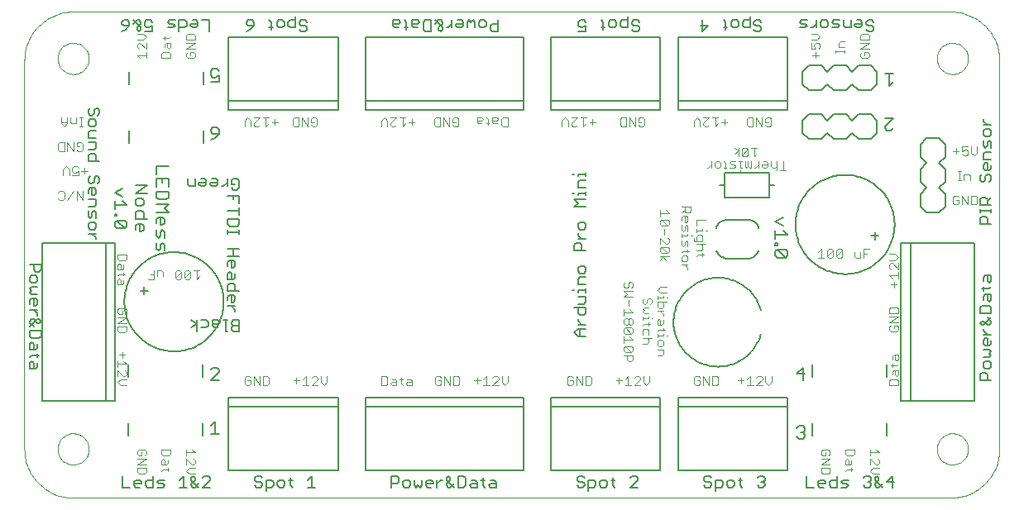
<source format=gto>
G75*
%MOIN*%
%OFA0B0*%
%FSLAX24Y24*%
%IPPOS*%
%LPD*%
%AMOC8*
5,1,8,0,0,1.08239X$1,22.5*
%
%ADD10C,0.0000*%
%ADD11C,0.0050*%
%ADD12C,0.0060*%
%ADD13C,0.0040*%
%ADD14C,0.0080*%
%ADD15C,0.0070*%
D10*
X002269Y000300D02*
X037623Y000300D01*
X037709Y000302D01*
X037795Y000307D01*
X037880Y000317D01*
X037965Y000330D01*
X038049Y000347D01*
X038133Y000367D01*
X038215Y000391D01*
X038296Y000419D01*
X038377Y000450D01*
X038455Y000484D01*
X038532Y000522D01*
X038608Y000564D01*
X038681Y000608D01*
X038752Y000656D01*
X038822Y000707D01*
X038889Y000761D01*
X038953Y000817D01*
X039015Y000877D01*
X039075Y000939D01*
X039131Y001003D01*
X039185Y001070D01*
X039236Y001140D01*
X039284Y001211D01*
X039328Y001284D01*
X039370Y001360D01*
X039408Y001437D01*
X039442Y001515D01*
X039473Y001596D01*
X039501Y001677D01*
X039525Y001759D01*
X039545Y001843D01*
X039562Y001927D01*
X039575Y002012D01*
X039585Y002097D01*
X039590Y002183D01*
X039592Y002269D01*
X039591Y002269D02*
X039591Y017938D01*
X037072Y018017D02*
X037074Y018067D01*
X037080Y018117D01*
X037090Y018166D01*
X037104Y018214D01*
X037121Y018261D01*
X037142Y018306D01*
X037167Y018350D01*
X037195Y018391D01*
X037227Y018430D01*
X037261Y018467D01*
X037298Y018501D01*
X037338Y018531D01*
X037380Y018558D01*
X037424Y018582D01*
X037470Y018603D01*
X037517Y018619D01*
X037565Y018632D01*
X037615Y018641D01*
X037664Y018646D01*
X037715Y018647D01*
X037765Y018644D01*
X037814Y018637D01*
X037863Y018626D01*
X037911Y018611D01*
X037957Y018593D01*
X038002Y018571D01*
X038045Y018545D01*
X038086Y018516D01*
X038125Y018484D01*
X038161Y018449D01*
X038193Y018411D01*
X038223Y018371D01*
X038250Y018328D01*
X038273Y018284D01*
X038292Y018238D01*
X038308Y018190D01*
X038320Y018141D01*
X038328Y018092D01*
X038332Y018042D01*
X038332Y017992D01*
X038328Y017942D01*
X038320Y017893D01*
X038308Y017844D01*
X038292Y017796D01*
X038273Y017750D01*
X038250Y017706D01*
X038223Y017663D01*
X038193Y017623D01*
X038161Y017585D01*
X038125Y017550D01*
X038086Y017518D01*
X038045Y017489D01*
X038002Y017463D01*
X037957Y017441D01*
X037911Y017423D01*
X037863Y017408D01*
X037814Y017397D01*
X037765Y017390D01*
X037715Y017387D01*
X037664Y017388D01*
X037615Y017393D01*
X037565Y017402D01*
X037517Y017415D01*
X037470Y017431D01*
X037424Y017452D01*
X037380Y017476D01*
X037338Y017503D01*
X037298Y017533D01*
X037261Y017567D01*
X037227Y017604D01*
X037195Y017643D01*
X037167Y017684D01*
X037142Y017728D01*
X037121Y017773D01*
X037104Y017820D01*
X037090Y017868D01*
X037080Y017917D01*
X037074Y017967D01*
X037072Y018017D01*
X037623Y019907D02*
X037709Y019905D01*
X037795Y019900D01*
X037880Y019890D01*
X037965Y019877D01*
X038049Y019860D01*
X038133Y019840D01*
X038215Y019816D01*
X038296Y019788D01*
X038377Y019757D01*
X038455Y019723D01*
X038532Y019685D01*
X038608Y019643D01*
X038681Y019599D01*
X038752Y019551D01*
X038822Y019500D01*
X038889Y019446D01*
X038953Y019390D01*
X039015Y019330D01*
X039075Y019268D01*
X039131Y019204D01*
X039185Y019137D01*
X039236Y019067D01*
X039284Y018996D01*
X039328Y018923D01*
X039370Y018847D01*
X039408Y018770D01*
X039442Y018692D01*
X039473Y018611D01*
X039501Y018530D01*
X039525Y018448D01*
X039545Y018364D01*
X039562Y018280D01*
X039575Y018195D01*
X039585Y018110D01*
X039590Y018024D01*
X039592Y017938D01*
X037623Y019906D02*
X002269Y019906D01*
X001639Y018017D02*
X001641Y018067D01*
X001647Y018117D01*
X001657Y018166D01*
X001671Y018214D01*
X001688Y018261D01*
X001709Y018306D01*
X001734Y018350D01*
X001762Y018391D01*
X001794Y018430D01*
X001828Y018467D01*
X001865Y018501D01*
X001905Y018531D01*
X001947Y018558D01*
X001991Y018582D01*
X002037Y018603D01*
X002084Y018619D01*
X002132Y018632D01*
X002182Y018641D01*
X002231Y018646D01*
X002282Y018647D01*
X002332Y018644D01*
X002381Y018637D01*
X002430Y018626D01*
X002478Y018611D01*
X002524Y018593D01*
X002569Y018571D01*
X002612Y018545D01*
X002653Y018516D01*
X002692Y018484D01*
X002728Y018449D01*
X002760Y018411D01*
X002790Y018371D01*
X002817Y018328D01*
X002840Y018284D01*
X002859Y018238D01*
X002875Y018190D01*
X002887Y018141D01*
X002895Y018092D01*
X002899Y018042D01*
X002899Y017992D01*
X002895Y017942D01*
X002887Y017893D01*
X002875Y017844D01*
X002859Y017796D01*
X002840Y017750D01*
X002817Y017706D01*
X002790Y017663D01*
X002760Y017623D01*
X002728Y017585D01*
X002692Y017550D01*
X002653Y017518D01*
X002612Y017489D01*
X002569Y017463D01*
X002524Y017441D01*
X002478Y017423D01*
X002430Y017408D01*
X002381Y017397D01*
X002332Y017390D01*
X002282Y017387D01*
X002231Y017388D01*
X002182Y017393D01*
X002132Y017402D01*
X002084Y017415D01*
X002037Y017431D01*
X001991Y017452D01*
X001947Y017476D01*
X001905Y017503D01*
X001865Y017533D01*
X001828Y017567D01*
X001794Y017604D01*
X001762Y017643D01*
X001734Y017684D01*
X001709Y017728D01*
X001688Y017773D01*
X001671Y017820D01*
X001657Y017868D01*
X001647Y017917D01*
X001641Y017967D01*
X001639Y018017D01*
X000300Y017938D02*
X000302Y018024D01*
X000307Y018110D01*
X000317Y018195D01*
X000330Y018280D01*
X000347Y018364D01*
X000367Y018448D01*
X000391Y018530D01*
X000419Y018611D01*
X000450Y018692D01*
X000484Y018770D01*
X000522Y018847D01*
X000564Y018923D01*
X000608Y018996D01*
X000656Y019067D01*
X000707Y019137D01*
X000761Y019204D01*
X000817Y019268D01*
X000877Y019330D01*
X000939Y019390D01*
X001003Y019446D01*
X001070Y019500D01*
X001140Y019551D01*
X001211Y019599D01*
X001285Y019643D01*
X001360Y019685D01*
X001437Y019723D01*
X001515Y019757D01*
X001596Y019788D01*
X001677Y019816D01*
X001759Y019840D01*
X001843Y019860D01*
X001927Y019877D01*
X002012Y019890D01*
X002097Y019900D01*
X002183Y019905D01*
X002269Y019907D01*
X000300Y017938D02*
X000300Y002269D01*
X001639Y002269D02*
X001641Y002319D01*
X001647Y002369D01*
X001657Y002418D01*
X001671Y002466D01*
X001688Y002513D01*
X001709Y002558D01*
X001734Y002602D01*
X001762Y002643D01*
X001794Y002682D01*
X001828Y002719D01*
X001865Y002753D01*
X001905Y002783D01*
X001947Y002810D01*
X001991Y002834D01*
X002037Y002855D01*
X002084Y002871D01*
X002132Y002884D01*
X002182Y002893D01*
X002231Y002898D01*
X002282Y002899D01*
X002332Y002896D01*
X002381Y002889D01*
X002430Y002878D01*
X002478Y002863D01*
X002524Y002845D01*
X002569Y002823D01*
X002612Y002797D01*
X002653Y002768D01*
X002692Y002736D01*
X002728Y002701D01*
X002760Y002663D01*
X002790Y002623D01*
X002817Y002580D01*
X002840Y002536D01*
X002859Y002490D01*
X002875Y002442D01*
X002887Y002393D01*
X002895Y002344D01*
X002899Y002294D01*
X002899Y002244D01*
X002895Y002194D01*
X002887Y002145D01*
X002875Y002096D01*
X002859Y002048D01*
X002840Y002002D01*
X002817Y001958D01*
X002790Y001915D01*
X002760Y001875D01*
X002728Y001837D01*
X002692Y001802D01*
X002653Y001770D01*
X002612Y001741D01*
X002569Y001715D01*
X002524Y001693D01*
X002478Y001675D01*
X002430Y001660D01*
X002381Y001649D01*
X002332Y001642D01*
X002282Y001639D01*
X002231Y001640D01*
X002182Y001645D01*
X002132Y001654D01*
X002084Y001667D01*
X002037Y001683D01*
X001991Y001704D01*
X001947Y001728D01*
X001905Y001755D01*
X001865Y001785D01*
X001828Y001819D01*
X001794Y001856D01*
X001762Y001895D01*
X001734Y001936D01*
X001709Y001980D01*
X001688Y002025D01*
X001671Y002072D01*
X001657Y002120D01*
X001647Y002169D01*
X001641Y002219D01*
X001639Y002269D01*
X000300Y002269D02*
X000302Y002183D01*
X000307Y002097D01*
X000317Y002012D01*
X000330Y001927D01*
X000347Y001843D01*
X000367Y001759D01*
X000391Y001677D01*
X000419Y001596D01*
X000450Y001515D01*
X000484Y001437D01*
X000522Y001360D01*
X000564Y001285D01*
X000608Y001211D01*
X000656Y001140D01*
X000707Y001070D01*
X000761Y001003D01*
X000817Y000939D01*
X000877Y000877D01*
X000939Y000817D01*
X001003Y000761D01*
X001070Y000707D01*
X001140Y000656D01*
X001211Y000608D01*
X001284Y000564D01*
X001360Y000522D01*
X001437Y000484D01*
X001515Y000450D01*
X001596Y000419D01*
X001677Y000391D01*
X001759Y000367D01*
X001843Y000347D01*
X001927Y000330D01*
X002012Y000317D01*
X002097Y000307D01*
X002183Y000302D01*
X002269Y000300D01*
X037072Y002269D02*
X037074Y002319D01*
X037080Y002369D01*
X037090Y002418D01*
X037104Y002466D01*
X037121Y002513D01*
X037142Y002558D01*
X037167Y002602D01*
X037195Y002643D01*
X037227Y002682D01*
X037261Y002719D01*
X037298Y002753D01*
X037338Y002783D01*
X037380Y002810D01*
X037424Y002834D01*
X037470Y002855D01*
X037517Y002871D01*
X037565Y002884D01*
X037615Y002893D01*
X037664Y002898D01*
X037715Y002899D01*
X037765Y002896D01*
X037814Y002889D01*
X037863Y002878D01*
X037911Y002863D01*
X037957Y002845D01*
X038002Y002823D01*
X038045Y002797D01*
X038086Y002768D01*
X038125Y002736D01*
X038161Y002701D01*
X038193Y002663D01*
X038223Y002623D01*
X038250Y002580D01*
X038273Y002536D01*
X038292Y002490D01*
X038308Y002442D01*
X038320Y002393D01*
X038328Y002344D01*
X038332Y002294D01*
X038332Y002244D01*
X038328Y002194D01*
X038320Y002145D01*
X038308Y002096D01*
X038292Y002048D01*
X038273Y002002D01*
X038250Y001958D01*
X038223Y001915D01*
X038193Y001875D01*
X038161Y001837D01*
X038125Y001802D01*
X038086Y001770D01*
X038045Y001741D01*
X038002Y001715D01*
X037957Y001693D01*
X037911Y001675D01*
X037863Y001660D01*
X037814Y001649D01*
X037765Y001642D01*
X037715Y001639D01*
X037664Y001640D01*
X037615Y001645D01*
X037565Y001654D01*
X037517Y001667D01*
X037470Y001683D01*
X037424Y001704D01*
X037380Y001728D01*
X037338Y001755D01*
X037298Y001785D01*
X037261Y001819D01*
X037227Y001856D01*
X037195Y001895D01*
X037167Y001936D01*
X037142Y001980D01*
X037121Y002025D01*
X037104Y002072D01*
X037090Y002120D01*
X037080Y002169D01*
X037074Y002219D01*
X037072Y002269D01*
D11*
X035269Y001169D02*
X035044Y000944D01*
X035344Y000944D01*
X035269Y000719D02*
X035269Y001169D01*
X034884Y000869D02*
X034734Y000719D01*
X034658Y000719D01*
X034583Y000794D01*
X034583Y000869D01*
X034734Y001019D01*
X034734Y001094D01*
X034658Y001169D01*
X034583Y001094D01*
X034583Y001019D01*
X034884Y000719D01*
X034423Y000794D02*
X034423Y000869D01*
X034348Y000944D01*
X034273Y000944D01*
X034348Y000944D02*
X034423Y001019D01*
X034423Y001094D01*
X034348Y001169D01*
X034198Y001169D01*
X034123Y001094D01*
X034123Y000794D02*
X034198Y000719D01*
X034348Y000719D01*
X034423Y000794D01*
X033502Y000794D02*
X033427Y000869D01*
X033277Y000869D01*
X033202Y000944D01*
X033277Y001019D01*
X033502Y001019D01*
X033042Y001019D02*
X032817Y001019D01*
X032742Y000944D01*
X032742Y000794D01*
X032817Y000719D01*
X033042Y000719D01*
X033042Y001169D01*
X032582Y000944D02*
X032582Y000869D01*
X032281Y000869D01*
X032281Y000944D02*
X032357Y001019D01*
X032507Y001019D01*
X032582Y000944D01*
X032507Y000719D02*
X032357Y000719D01*
X032281Y000794D01*
X032281Y000944D01*
X032121Y000719D02*
X031821Y000719D01*
X031821Y001169D01*
X033202Y000719D02*
X033427Y000719D01*
X033502Y000794D01*
X030136Y000794D02*
X030061Y000719D01*
X029911Y000719D01*
X029836Y000794D01*
X029986Y000944D02*
X030061Y000944D01*
X030136Y000869D01*
X030136Y000794D01*
X030061Y000944D02*
X030136Y001019D01*
X030136Y001094D01*
X030061Y001169D01*
X029911Y001169D01*
X029836Y001094D01*
X029219Y001019D02*
X029068Y001019D01*
X029143Y001094D02*
X029143Y000794D01*
X029219Y000719D01*
X028908Y000794D02*
X028908Y000944D01*
X028833Y001019D01*
X028683Y001019D01*
X028608Y000944D01*
X028608Y000794D01*
X028683Y000719D01*
X028833Y000719D01*
X028908Y000794D01*
X028448Y000794D02*
X028448Y000944D01*
X028373Y001019D01*
X028148Y001019D01*
X028148Y000569D01*
X028148Y000719D02*
X028373Y000719D01*
X028448Y000794D01*
X027987Y000794D02*
X027987Y000869D01*
X027912Y000944D01*
X027762Y000944D01*
X027687Y001019D01*
X027687Y001094D01*
X027762Y001169D01*
X027912Y001169D01*
X027987Y001094D01*
X027987Y000794D02*
X027912Y000719D01*
X027762Y000719D01*
X027687Y000794D01*
X025018Y000719D02*
X024718Y000719D01*
X025018Y001019D01*
X025018Y001094D01*
X024943Y001169D01*
X024793Y001169D01*
X024718Y001094D01*
X024100Y001019D02*
X023950Y001019D01*
X024025Y001094D02*
X024025Y000794D01*
X024100Y000719D01*
X023790Y000794D02*
X023790Y000944D01*
X023715Y001019D01*
X023565Y001019D01*
X023490Y000944D01*
X023490Y000794D01*
X023565Y000719D01*
X023715Y000719D01*
X023790Y000794D01*
X023330Y000794D02*
X023330Y000944D01*
X023255Y001019D01*
X023029Y001019D01*
X023029Y000569D01*
X023029Y000719D02*
X023255Y000719D01*
X023330Y000794D01*
X022869Y000794D02*
X022869Y000869D01*
X022794Y000944D01*
X022644Y000944D01*
X022569Y001019D01*
X022569Y001094D01*
X022644Y001169D01*
X022794Y001169D01*
X022869Y001094D01*
X022869Y000794D02*
X022794Y000719D01*
X022644Y000719D01*
X022569Y000794D01*
X019302Y000869D02*
X019077Y000869D01*
X019002Y000794D01*
X019077Y000719D01*
X019302Y000719D01*
X019302Y000944D01*
X019227Y001019D01*
X019077Y001019D01*
X018845Y001019D02*
X018695Y001019D01*
X018770Y001094D02*
X018770Y000794D01*
X018845Y000719D01*
X018535Y000719D02*
X018535Y000944D01*
X018460Y001019D01*
X018310Y001019D01*
X018310Y000869D02*
X018535Y000869D01*
X018535Y000719D02*
X018310Y000719D01*
X018235Y000794D01*
X018310Y000869D01*
X018075Y000794D02*
X018075Y001094D01*
X018000Y001169D01*
X017774Y001169D01*
X017774Y000719D01*
X018000Y000719D01*
X018075Y000794D01*
X017614Y000869D02*
X017464Y000719D01*
X017389Y000719D01*
X017314Y000794D01*
X017314Y000869D01*
X017464Y001019D01*
X017464Y001094D01*
X017389Y001169D01*
X017314Y001094D01*
X017314Y001019D01*
X017614Y000719D01*
X017156Y001019D02*
X017080Y001019D01*
X016930Y000869D01*
X016930Y000719D02*
X016930Y001019D01*
X016770Y000944D02*
X016770Y000869D01*
X016470Y000869D01*
X016470Y000944D02*
X016545Y001019D01*
X016695Y001019D01*
X016770Y000944D01*
X016695Y000719D02*
X016545Y000719D01*
X016470Y000794D01*
X016470Y000944D01*
X016310Y001019D02*
X016310Y000794D01*
X016235Y000719D01*
X016160Y000794D01*
X016085Y000719D01*
X016010Y000794D01*
X016010Y001019D01*
X015849Y000944D02*
X015774Y001019D01*
X015624Y001019D01*
X015549Y000944D01*
X015549Y000794D01*
X015624Y000719D01*
X015774Y000719D01*
X015849Y000794D01*
X015849Y000944D01*
X015389Y000944D02*
X015389Y001094D01*
X015314Y001169D01*
X015089Y001169D01*
X015089Y000719D01*
X015089Y000869D02*
X015314Y000869D01*
X015389Y000944D01*
X012026Y000719D02*
X011725Y000719D01*
X011876Y000719D02*
X011876Y001169D01*
X011725Y001019D01*
X011108Y001019D02*
X010958Y001019D01*
X011033Y001094D02*
X011033Y000794D01*
X011108Y000719D01*
X010798Y000794D02*
X010798Y000944D01*
X010723Y001019D01*
X010573Y001019D01*
X010498Y000944D01*
X010498Y000794D01*
X010573Y000719D01*
X010723Y000719D01*
X010798Y000794D01*
X010338Y000794D02*
X010263Y000719D01*
X010037Y000719D01*
X010037Y000569D02*
X010037Y001019D01*
X010263Y001019D01*
X010338Y000944D01*
X010338Y000794D01*
X009877Y000794D02*
X009877Y000869D01*
X009802Y000944D01*
X009652Y000944D01*
X009577Y001019D01*
X009577Y001094D01*
X009652Y001169D01*
X009802Y001169D01*
X009877Y001094D01*
X009877Y000794D02*
X009802Y000719D01*
X009652Y000719D01*
X009577Y000794D01*
X007785Y000719D02*
X007485Y000719D01*
X007785Y001019D01*
X007785Y001094D01*
X007710Y001169D01*
X007560Y001169D01*
X007485Y001094D01*
X007325Y000869D02*
X007174Y000719D01*
X007099Y000719D01*
X007024Y000794D01*
X007024Y000869D01*
X007174Y001019D01*
X007174Y001094D01*
X007099Y001169D01*
X007024Y001094D01*
X007024Y001019D01*
X007325Y000719D01*
X006864Y000719D02*
X006564Y000719D01*
X006714Y000719D02*
X006714Y001169D01*
X006564Y001019D01*
X005943Y001019D02*
X005718Y001019D01*
X005643Y000944D01*
X005718Y000869D01*
X005868Y000869D01*
X005943Y000794D01*
X005868Y000719D01*
X005643Y000719D01*
X005483Y000719D02*
X005258Y000719D01*
X005183Y000794D01*
X005183Y000944D01*
X005258Y001019D01*
X005483Y001019D01*
X005483Y001169D02*
X005483Y000719D01*
X005023Y000869D02*
X004722Y000869D01*
X004722Y000944D02*
X004797Y001019D01*
X004948Y001019D01*
X005023Y000944D01*
X005023Y000869D01*
X004948Y000719D02*
X004797Y000719D01*
X004722Y000794D01*
X004722Y000944D01*
X004562Y000719D02*
X004262Y000719D01*
X004262Y001169D01*
X000747Y005510D02*
X000522Y005510D01*
X000522Y005735D01*
X000597Y005810D01*
X000672Y005735D01*
X000672Y005510D01*
X000747Y005510D02*
X000822Y005585D01*
X000822Y005735D01*
X000822Y005967D02*
X000822Y006117D01*
X000897Y006042D02*
X000597Y006042D01*
X000522Y005967D01*
X000522Y006278D02*
X000522Y006503D01*
X000597Y006578D01*
X000672Y006503D01*
X000672Y006278D01*
X000747Y006278D02*
X000522Y006278D01*
X000747Y006278D02*
X000822Y006353D01*
X000822Y006503D01*
X000897Y006738D02*
X000597Y006738D01*
X000522Y006813D01*
X000522Y007038D01*
X000972Y007038D01*
X000972Y006813D01*
X000897Y006738D01*
X000672Y007198D02*
X000522Y007348D01*
X000522Y007424D01*
X000597Y007499D01*
X000672Y007499D01*
X000822Y007348D01*
X000897Y007348D01*
X000972Y007424D01*
X000897Y007499D01*
X000822Y007499D01*
X000522Y007198D01*
X000822Y007657D02*
X000822Y007732D01*
X000672Y007882D01*
X000522Y007882D02*
X000822Y007882D01*
X000747Y008042D02*
X000672Y008042D01*
X000672Y008343D01*
X000747Y008343D02*
X000822Y008268D01*
X000822Y008117D01*
X000747Y008042D01*
X000522Y008117D02*
X000522Y008268D01*
X000597Y008343D01*
X000747Y008343D01*
X000822Y008503D02*
X000597Y008503D01*
X000522Y008578D01*
X000597Y008653D01*
X000522Y008728D01*
X000597Y008803D01*
X000822Y008803D01*
X000747Y008963D02*
X000822Y009038D01*
X000822Y009188D01*
X000747Y009263D01*
X000597Y009263D01*
X000522Y009188D01*
X000522Y009038D01*
X000597Y008963D01*
X000747Y008963D01*
X000747Y009424D02*
X000672Y009499D01*
X000672Y009724D01*
X000522Y009724D02*
X000972Y009724D01*
X000972Y009499D01*
X000897Y009424D01*
X000747Y009424D01*
X003184Y010734D02*
X003184Y010809D01*
X003034Y010959D01*
X002884Y010959D02*
X003184Y010959D01*
X003109Y011119D02*
X003184Y011194D01*
X003184Y011344D01*
X003109Y011419D01*
X002959Y011419D01*
X002884Y011344D01*
X002884Y011194D01*
X002959Y011119D01*
X003109Y011119D01*
X003184Y011579D02*
X003184Y011804D01*
X003109Y011879D01*
X003034Y011804D01*
X003034Y011654D01*
X002959Y011579D01*
X002884Y011654D01*
X002884Y011879D01*
X002884Y012040D02*
X003109Y012040D01*
X003184Y012115D01*
X003184Y012340D01*
X002884Y012340D01*
X003034Y012500D02*
X003034Y012800D01*
X002959Y012800D02*
X003109Y012800D01*
X003184Y012725D01*
X003184Y012575D01*
X003109Y012500D01*
X003034Y012500D01*
X002884Y012575D02*
X002884Y012725D01*
X002959Y012800D01*
X002959Y012960D02*
X002884Y013035D01*
X002884Y013186D01*
X002959Y013261D01*
X003109Y013186D02*
X003109Y013035D01*
X003034Y012960D01*
X002959Y012960D01*
X003259Y012960D02*
X003334Y013035D01*
X003334Y013186D01*
X003259Y013261D01*
X003184Y013261D01*
X003109Y013186D01*
X003184Y013881D02*
X003184Y014106D01*
X003109Y014181D01*
X002959Y014181D01*
X002884Y014106D01*
X002884Y013881D01*
X003334Y013881D01*
X003109Y014342D02*
X002884Y014342D01*
X003109Y014342D02*
X003184Y014417D01*
X003184Y014642D01*
X002884Y014642D01*
X002884Y014802D02*
X003184Y014802D01*
X002884Y014802D02*
X002884Y015027D01*
X002959Y015102D01*
X003184Y015102D01*
X003109Y015262D02*
X003184Y015337D01*
X003184Y015488D01*
X003109Y015563D01*
X002959Y015563D01*
X002884Y015488D01*
X002884Y015337D01*
X002959Y015262D01*
X003109Y015262D01*
X003034Y015723D02*
X002959Y015723D01*
X002884Y015798D01*
X002884Y015948D01*
X002959Y016023D01*
X003109Y015948D02*
X003109Y015798D01*
X003034Y015723D01*
X003259Y015723D02*
X003334Y015798D01*
X003334Y015948D01*
X003259Y016023D01*
X003184Y016023D01*
X003109Y015948D01*
X006871Y013169D02*
X006871Y012944D01*
X006946Y012868D01*
X007172Y012868D01*
X007172Y013169D01*
X007332Y013019D02*
X007332Y012944D01*
X007407Y012868D01*
X007557Y012868D01*
X007632Y012944D01*
X007632Y013094D01*
X007557Y013169D01*
X007407Y013169D01*
X007332Y013019D02*
X007632Y013019D01*
X007792Y013019D02*
X008092Y013019D01*
X008092Y013094D02*
X008092Y012944D01*
X008017Y012868D01*
X007867Y012868D01*
X007792Y012944D01*
X007792Y013019D01*
X007867Y013169D02*
X008017Y013169D01*
X008092Y013094D01*
X008251Y012868D02*
X008326Y012868D01*
X008476Y013019D01*
X008476Y013169D02*
X008476Y012868D01*
X008636Y012793D02*
X008711Y012718D01*
X008861Y012718D01*
X008936Y012793D01*
X008936Y013094D01*
X008861Y013169D01*
X008711Y013169D01*
X008636Y013094D01*
X008636Y012944D01*
X008786Y012944D01*
X008719Y012480D02*
X008719Y012330D01*
X008494Y012480D02*
X008945Y012480D01*
X008945Y012179D01*
X008945Y012019D02*
X008945Y011719D01*
X008945Y011869D02*
X008494Y011869D01*
X008494Y011559D02*
X008494Y011334D01*
X008569Y011259D01*
X008870Y011259D01*
X008945Y011334D01*
X008945Y011559D01*
X008494Y011559D01*
X008494Y011099D02*
X008494Y010948D01*
X008494Y011023D02*
X008945Y011023D01*
X008945Y010948D02*
X008945Y011099D01*
X008945Y010331D02*
X008494Y010331D01*
X008719Y010331D02*
X008719Y010031D01*
X008719Y009871D02*
X008795Y009796D01*
X008795Y009646D01*
X008719Y009571D01*
X008644Y009571D01*
X008644Y009871D01*
X008569Y009871D02*
X008719Y009871D01*
X008569Y009871D02*
X008494Y009796D01*
X008494Y009646D01*
X008569Y009410D02*
X008644Y009335D01*
X008644Y009110D01*
X008719Y009110D02*
X008494Y009110D01*
X008494Y009335D01*
X008569Y009410D01*
X008795Y009335D02*
X008795Y009185D01*
X008719Y009110D01*
X008719Y008950D02*
X008795Y008875D01*
X008795Y008650D01*
X008945Y008650D02*
X008494Y008650D01*
X008494Y008875D01*
X008569Y008950D01*
X008719Y008950D01*
X008719Y008490D02*
X008795Y008415D01*
X008795Y008264D01*
X008719Y008189D01*
X008644Y008189D01*
X008644Y008490D01*
X008569Y008490D02*
X008719Y008490D01*
X008569Y008490D02*
X008494Y008415D01*
X008494Y008264D01*
X008494Y008029D02*
X008795Y008029D01*
X008795Y007879D02*
X008795Y007804D01*
X008795Y007879D02*
X008644Y008029D01*
X008711Y007460D02*
X008936Y007460D01*
X008936Y007010D01*
X008711Y007010D01*
X008636Y007085D01*
X008636Y007160D01*
X008711Y007235D01*
X008936Y007235D01*
X008711Y007235D02*
X008636Y007310D01*
X008636Y007385D01*
X008711Y007460D01*
X008476Y007460D02*
X008326Y007460D01*
X008401Y007460D02*
X008401Y007010D01*
X008476Y007010D01*
X008094Y007160D02*
X007944Y007160D01*
X007869Y007235D01*
X007869Y007460D01*
X008094Y007460D01*
X008169Y007385D01*
X008094Y007310D01*
X007869Y007310D01*
X007709Y007385D02*
X007634Y007460D01*
X007408Y007460D01*
X007248Y007460D02*
X007248Y007010D01*
X007408Y007160D02*
X007634Y007160D01*
X007709Y007235D01*
X007709Y007385D01*
X007248Y007310D02*
X007023Y007160D01*
X007248Y007310D02*
X007023Y007460D01*
X008494Y010031D02*
X008945Y010031D01*
X022387Y008661D02*
X022462Y008661D01*
X022613Y008661D02*
X022913Y008661D01*
X022913Y008586D02*
X022913Y008736D01*
X022913Y008893D02*
X022613Y008893D01*
X022613Y009118D01*
X022688Y009193D01*
X022913Y009193D01*
X022838Y009353D02*
X022688Y009353D01*
X022613Y009428D01*
X022613Y009578D01*
X022688Y009653D01*
X022838Y009653D01*
X022913Y009578D01*
X022913Y009428D01*
X022838Y009353D01*
X022613Y008661D02*
X022613Y008586D01*
X022613Y008426D02*
X022913Y008426D01*
X022913Y008201D01*
X022838Y008126D01*
X022613Y008126D01*
X022613Y007965D02*
X022613Y007740D01*
X022688Y007665D01*
X022838Y007665D01*
X022913Y007740D01*
X022913Y007965D01*
X022462Y007965D01*
X022613Y007507D02*
X022613Y007432D01*
X022763Y007281D01*
X022913Y007281D02*
X022613Y007281D01*
X022613Y007121D02*
X022913Y007121D01*
X022688Y007121D02*
X022688Y006821D01*
X022613Y006821D02*
X022462Y006971D01*
X022613Y007121D01*
X022613Y006821D02*
X022913Y006821D01*
X022913Y010274D02*
X022462Y010274D01*
X022462Y010499D01*
X022537Y010574D01*
X022688Y010574D01*
X022763Y010499D01*
X022763Y010274D01*
X022763Y010734D02*
X022613Y010885D01*
X022613Y010960D01*
X022688Y011118D02*
X022838Y011118D01*
X022913Y011193D01*
X022913Y011343D01*
X022838Y011418D01*
X022688Y011418D01*
X022613Y011343D01*
X022613Y011193D01*
X022688Y011118D01*
X022613Y010734D02*
X022913Y010734D01*
X022913Y012039D02*
X022462Y012039D01*
X022613Y012189D01*
X022462Y012339D01*
X022913Y012339D01*
X022913Y012499D02*
X022913Y012649D01*
X022913Y012574D02*
X022613Y012574D01*
X022613Y012499D01*
X022462Y012574D02*
X022387Y012574D01*
X022613Y012806D02*
X022613Y013031D01*
X022688Y013106D01*
X022913Y013106D01*
X022913Y013267D02*
X022913Y013417D01*
X022913Y013342D02*
X022613Y013342D01*
X022613Y013267D01*
X022462Y013342D02*
X022387Y013342D01*
X022613Y012806D02*
X022913Y012806D01*
X028334Y012898D02*
X028534Y012898D01*
X028534Y012398D01*
X030334Y012398D01*
X030334Y012898D01*
X030334Y013398D01*
X028534Y013398D01*
X028534Y012898D01*
X030334Y012898D02*
X030534Y012898D01*
X038801Y013112D02*
X038876Y013037D01*
X038951Y013037D01*
X039026Y013112D01*
X039026Y013262D01*
X039101Y013337D01*
X039176Y013337D01*
X039251Y013262D01*
X039251Y013112D01*
X039176Y013037D01*
X038801Y013112D02*
X038801Y013262D01*
X038876Y013337D01*
X039026Y013497D02*
X038951Y013572D01*
X038951Y013722D01*
X039026Y013797D01*
X039101Y013797D01*
X039101Y013497D01*
X039176Y013497D02*
X039026Y013497D01*
X039176Y013497D02*
X039251Y013572D01*
X039251Y013722D01*
X039251Y013958D02*
X038951Y013958D01*
X038951Y014183D01*
X039026Y014258D01*
X039251Y014258D01*
X039251Y014418D02*
X039251Y014643D01*
X039176Y014718D01*
X039101Y014643D01*
X039101Y014493D01*
X039026Y014418D01*
X038951Y014493D01*
X038951Y014718D01*
X039026Y014878D02*
X039176Y014878D01*
X039251Y014953D01*
X039251Y015103D01*
X039176Y015179D01*
X039026Y015179D01*
X038951Y015103D01*
X038951Y014953D01*
X039026Y014878D01*
X038951Y015339D02*
X039251Y015339D01*
X039101Y015339D02*
X038951Y015489D01*
X038951Y015564D01*
X038876Y012416D02*
X039026Y012416D01*
X039101Y012341D01*
X039101Y012116D01*
X039101Y012266D02*
X039251Y012416D01*
X038876Y012416D02*
X038801Y012341D01*
X038801Y012116D01*
X039251Y012116D01*
X039251Y011959D02*
X039251Y011809D01*
X039251Y011884D02*
X038801Y011884D01*
X038801Y011809D02*
X038801Y011959D01*
X038876Y011649D02*
X039026Y011649D01*
X039101Y011574D01*
X039101Y011349D01*
X039251Y011349D02*
X038801Y011349D01*
X038801Y011574D01*
X038876Y011649D01*
X039026Y009263D02*
X039251Y009263D01*
X039251Y009038D01*
X039176Y008963D01*
X039101Y009038D01*
X039101Y009263D01*
X039026Y009263D02*
X038951Y009188D01*
X038951Y009038D01*
X038951Y008806D02*
X038951Y008656D01*
X038876Y008731D02*
X039176Y008731D01*
X039251Y008806D01*
X039251Y008496D02*
X039026Y008496D01*
X038951Y008421D01*
X038951Y008270D01*
X039101Y008270D02*
X039101Y008496D01*
X039251Y008496D02*
X039251Y008270D01*
X039176Y008195D01*
X039101Y008270D01*
X039176Y008035D02*
X038876Y008035D01*
X038801Y007960D01*
X038801Y007735D01*
X039251Y007735D01*
X039251Y007960D01*
X039176Y008035D01*
X039101Y007575D02*
X039251Y007425D01*
X039251Y007350D01*
X039176Y007275D01*
X039101Y007275D01*
X038951Y007425D01*
X038876Y007425D01*
X038801Y007350D01*
X038876Y007275D01*
X038951Y007275D01*
X039251Y007575D01*
X038951Y007116D02*
X038951Y007041D01*
X039101Y006891D01*
X039251Y006891D02*
X038951Y006891D01*
X039026Y006731D02*
X039101Y006731D01*
X039101Y006431D01*
X039026Y006431D02*
X038951Y006506D01*
X038951Y006656D01*
X039026Y006731D01*
X039251Y006656D02*
X039251Y006506D01*
X039176Y006431D01*
X039026Y006431D01*
X038951Y006270D02*
X039176Y006270D01*
X039251Y006195D01*
X039176Y006120D01*
X039251Y006045D01*
X039176Y005970D01*
X038951Y005970D01*
X039026Y005810D02*
X038951Y005735D01*
X038951Y005585D01*
X039026Y005510D01*
X039176Y005510D01*
X039251Y005585D01*
X039251Y005735D01*
X039176Y005810D01*
X039026Y005810D01*
X039026Y005350D02*
X039101Y005275D01*
X039101Y005049D01*
X039251Y005049D02*
X038801Y005049D01*
X038801Y005275D01*
X038876Y005350D01*
X039026Y005350D01*
X034452Y019116D02*
X034302Y019116D01*
X034227Y019191D01*
X034302Y019341D02*
X034227Y019416D01*
X034227Y019491D01*
X034302Y019566D01*
X034452Y019566D01*
X034527Y019491D01*
X034452Y019341D02*
X034302Y019341D01*
X034452Y019341D02*
X034527Y019266D01*
X034527Y019191D01*
X034452Y019116D01*
X034067Y019341D02*
X033992Y019266D01*
X033841Y019266D01*
X033766Y019341D01*
X033766Y019416D01*
X034067Y019416D01*
X034067Y019491D02*
X034067Y019341D01*
X034067Y019491D02*
X033992Y019566D01*
X033841Y019566D01*
X033606Y019566D02*
X033606Y019266D01*
X033381Y019266D01*
X033306Y019341D01*
X033306Y019566D01*
X033146Y019566D02*
X032921Y019566D01*
X032846Y019491D01*
X032921Y019416D01*
X033071Y019416D01*
X033146Y019341D01*
X033071Y019266D01*
X032846Y019266D01*
X032685Y019341D02*
X032685Y019491D01*
X032610Y019566D01*
X032460Y019566D01*
X032385Y019491D01*
X032385Y019341D01*
X032460Y019266D01*
X032610Y019266D01*
X032685Y019341D01*
X032225Y019266D02*
X032225Y019566D01*
X032225Y019416D02*
X032075Y019266D01*
X032000Y019266D01*
X031841Y019341D02*
X031766Y019266D01*
X031541Y019266D01*
X031616Y019416D02*
X031766Y019416D01*
X031841Y019341D01*
X031841Y019566D02*
X031616Y019566D01*
X031541Y019491D01*
X031616Y019416D01*
X029999Y019491D02*
X029924Y019566D01*
X029774Y019566D01*
X029699Y019491D01*
X029699Y019416D01*
X029774Y019341D01*
X029924Y019341D01*
X029999Y019266D01*
X029999Y019191D01*
X029924Y019116D01*
X029774Y019116D01*
X029699Y019191D01*
X029539Y019266D02*
X029314Y019266D01*
X029239Y019341D01*
X029239Y019491D01*
X029314Y019566D01*
X029539Y019566D01*
X029539Y019716D02*
X029539Y019266D01*
X029079Y019341D02*
X029079Y019491D01*
X029004Y019566D01*
X028853Y019566D01*
X028778Y019491D01*
X028778Y019341D01*
X028853Y019266D01*
X029004Y019266D01*
X029079Y019341D01*
X028618Y019266D02*
X028468Y019266D01*
X028543Y019191D02*
X028543Y019491D01*
X028468Y019566D01*
X027851Y019341D02*
X027626Y019116D01*
X027626Y019566D01*
X027551Y019341D02*
X027851Y019341D01*
X025078Y019266D02*
X025003Y019341D01*
X024853Y019341D01*
X024778Y019416D01*
X024778Y019491D01*
X024853Y019566D01*
X025003Y019566D01*
X025078Y019491D01*
X024618Y019566D02*
X024393Y019566D01*
X024318Y019491D01*
X024318Y019341D01*
X024393Y019266D01*
X024618Y019266D01*
X024618Y019716D01*
X024157Y019491D02*
X024082Y019566D01*
X023932Y019566D01*
X023857Y019491D01*
X023857Y019341D01*
X023932Y019266D01*
X024082Y019266D01*
X024157Y019341D01*
X024157Y019491D01*
X023622Y019491D02*
X023547Y019566D01*
X023622Y019491D02*
X023622Y019191D01*
X023697Y019266D02*
X023547Y019266D01*
X022930Y019341D02*
X022780Y019266D01*
X022704Y019266D01*
X022629Y019341D01*
X022629Y019491D01*
X022704Y019566D01*
X022855Y019566D01*
X022930Y019491D01*
X022930Y019341D02*
X022930Y019116D01*
X022629Y019116D01*
X024778Y019191D02*
X024853Y019116D01*
X025003Y019116D01*
X025078Y019191D01*
X025078Y019266D01*
X019369Y019116D02*
X019144Y019116D01*
X019069Y019191D01*
X019069Y019341D01*
X019144Y019416D01*
X019369Y019416D01*
X019369Y019566D02*
X019369Y019116D01*
X018909Y019341D02*
X018909Y019491D01*
X018834Y019566D01*
X018684Y019566D01*
X018609Y019491D01*
X018609Y019341D01*
X018684Y019266D01*
X018834Y019266D01*
X018909Y019341D01*
X018449Y019266D02*
X018449Y019491D01*
X018374Y019566D01*
X018299Y019491D01*
X018224Y019566D01*
X018148Y019491D01*
X018148Y019266D01*
X017988Y019341D02*
X017913Y019266D01*
X017763Y019266D01*
X017688Y019341D01*
X017688Y019416D01*
X017988Y019416D01*
X017988Y019491D02*
X017988Y019341D01*
X017988Y019491D02*
X017913Y019566D01*
X017763Y019566D01*
X017528Y019566D02*
X017528Y019266D01*
X017378Y019266D02*
X017303Y019266D01*
X017378Y019266D02*
X017528Y019416D01*
X017144Y019416D02*
X016994Y019266D01*
X016994Y019191D01*
X017069Y019116D01*
X017144Y019191D01*
X017144Y019266D01*
X016844Y019566D01*
X016844Y019416D02*
X016994Y019566D01*
X017069Y019566D01*
X017144Y019491D01*
X017144Y019416D01*
X016684Y019566D02*
X016684Y019116D01*
X016459Y019116D01*
X016384Y019191D01*
X016384Y019491D01*
X016459Y019566D01*
X016684Y019566D01*
X016223Y019491D02*
X016148Y019416D01*
X015923Y019416D01*
X015923Y019341D02*
X015923Y019566D01*
X016148Y019566D01*
X016223Y019491D01*
X015998Y019266D02*
X015923Y019341D01*
X015998Y019266D02*
X016148Y019266D01*
X015763Y019266D02*
X015613Y019266D01*
X015688Y019191D02*
X015688Y019491D01*
X015613Y019566D01*
X015456Y019491D02*
X015381Y019416D01*
X015156Y019416D01*
X015156Y019341D02*
X015156Y019566D01*
X015381Y019566D01*
X015456Y019491D01*
X015231Y019266D02*
X015156Y019341D01*
X015231Y019266D02*
X015381Y019266D01*
X011692Y019266D02*
X011617Y019341D01*
X011467Y019341D01*
X011392Y019416D01*
X011392Y019491D01*
X011467Y019566D01*
X011617Y019566D01*
X011692Y019491D01*
X011232Y019566D02*
X011007Y019566D01*
X010932Y019491D01*
X010932Y019341D01*
X011007Y019266D01*
X011232Y019266D01*
X011232Y019716D01*
X010772Y019491D02*
X010772Y019341D01*
X010696Y019266D01*
X010546Y019266D01*
X010471Y019341D01*
X010471Y019491D01*
X010546Y019566D01*
X010696Y019566D01*
X010772Y019491D01*
X010236Y019491D02*
X010161Y019566D01*
X010236Y019491D02*
X010236Y019191D01*
X010311Y019266D02*
X010161Y019266D01*
X009544Y019341D02*
X009544Y019491D01*
X009469Y019566D01*
X009319Y019566D01*
X009244Y019491D01*
X009244Y019416D01*
X009319Y019341D01*
X009544Y019341D01*
X009394Y019191D01*
X009244Y019116D01*
X007755Y019116D02*
X007755Y019566D01*
X007455Y019566D01*
X007295Y019491D02*
X007295Y019341D01*
X007220Y019266D01*
X007070Y019266D01*
X006995Y019341D01*
X006995Y019416D01*
X007295Y019416D01*
X007295Y019491D02*
X007220Y019566D01*
X007070Y019566D01*
X006835Y019491D02*
X006835Y019341D01*
X006759Y019266D01*
X006534Y019266D01*
X006534Y019116D02*
X006534Y019566D01*
X006759Y019566D01*
X006835Y019491D01*
X006374Y019566D02*
X006149Y019566D01*
X006074Y019491D01*
X006149Y019416D01*
X006299Y019416D01*
X006374Y019341D01*
X006299Y019266D01*
X006074Y019266D01*
X005453Y019341D02*
X005303Y019266D01*
X005228Y019266D01*
X005153Y019341D01*
X005153Y019491D01*
X005228Y019566D01*
X005378Y019566D01*
X005453Y019491D01*
X005453Y019341D02*
X005453Y019116D01*
X005153Y019116D01*
X004993Y019191D02*
X004993Y019266D01*
X004693Y019566D01*
X004693Y019416D02*
X004843Y019566D01*
X004918Y019566D01*
X004993Y019491D01*
X004993Y019416D01*
X004843Y019266D01*
X004843Y019191D01*
X004918Y019116D01*
X004993Y019191D01*
X004533Y019341D02*
X004307Y019341D01*
X004232Y019416D01*
X004232Y019491D01*
X004307Y019566D01*
X004458Y019566D01*
X004533Y019491D01*
X004533Y019341D01*
X004382Y019191D01*
X004232Y019116D01*
X011392Y019191D02*
X011467Y019116D01*
X011617Y019116D01*
X011692Y019191D01*
X011692Y019266D01*
D12*
X008144Y017509D02*
X008061Y017593D01*
X007894Y017593D01*
X007810Y017509D01*
X007810Y017343D01*
X007894Y017259D01*
X007977Y017259D01*
X008144Y017343D01*
X008144Y017092D01*
X007810Y017092D01*
X007894Y015231D02*
X007810Y015147D01*
X007810Y015064D01*
X007894Y014980D01*
X008144Y014980D01*
X008144Y015147D01*
X008061Y015231D01*
X007894Y015231D01*
X008144Y014980D02*
X007977Y014814D01*
X007810Y014730D01*
X005131Y008806D02*
X005131Y008506D01*
X004981Y008656D02*
X005281Y008656D01*
X004331Y008206D02*
X004333Y008295D01*
X004339Y008384D01*
X004349Y008473D01*
X004363Y008561D01*
X004380Y008648D01*
X004402Y008734D01*
X004428Y008820D01*
X004457Y008904D01*
X004490Y008987D01*
X004526Y009068D01*
X004567Y009148D01*
X004610Y009225D01*
X004657Y009301D01*
X004708Y009374D01*
X004761Y009445D01*
X004818Y009514D01*
X004878Y009580D01*
X004941Y009644D01*
X005006Y009704D01*
X005074Y009762D01*
X005145Y009816D01*
X005218Y009867D01*
X005293Y009915D01*
X005370Y009960D01*
X005449Y010001D01*
X005530Y010038D01*
X005612Y010072D01*
X005696Y010103D01*
X005781Y010129D01*
X005867Y010152D01*
X005954Y010170D01*
X006042Y010185D01*
X006131Y010196D01*
X006220Y010203D01*
X006309Y010206D01*
X006398Y010205D01*
X006487Y010200D01*
X006575Y010191D01*
X006664Y010178D01*
X006751Y010161D01*
X006838Y010141D01*
X006924Y010116D01*
X007008Y010088D01*
X007091Y010056D01*
X007173Y010020D01*
X007253Y009981D01*
X007331Y009938D01*
X007407Y009892D01*
X007481Y009842D01*
X007553Y009789D01*
X007622Y009733D01*
X007689Y009674D01*
X007753Y009612D01*
X007814Y009548D01*
X007873Y009480D01*
X007928Y009410D01*
X007980Y009338D01*
X008029Y009263D01*
X008074Y009187D01*
X008116Y009108D01*
X008154Y009028D01*
X008189Y008946D01*
X008220Y008862D01*
X008248Y008777D01*
X008271Y008691D01*
X008291Y008604D01*
X008307Y008517D01*
X008319Y008428D01*
X008327Y008340D01*
X008331Y008251D01*
X008331Y008161D01*
X008327Y008072D01*
X008319Y007984D01*
X008307Y007895D01*
X008291Y007808D01*
X008271Y007721D01*
X008248Y007635D01*
X008220Y007550D01*
X008189Y007466D01*
X008154Y007384D01*
X008116Y007304D01*
X008074Y007225D01*
X008029Y007149D01*
X007980Y007074D01*
X007928Y007002D01*
X007873Y006932D01*
X007814Y006864D01*
X007753Y006800D01*
X007689Y006738D01*
X007622Y006679D01*
X007553Y006623D01*
X007481Y006570D01*
X007407Y006520D01*
X007331Y006474D01*
X007253Y006431D01*
X007173Y006392D01*
X007091Y006356D01*
X007008Y006324D01*
X006924Y006296D01*
X006838Y006271D01*
X006751Y006251D01*
X006664Y006234D01*
X006575Y006221D01*
X006487Y006212D01*
X006398Y006207D01*
X006309Y006206D01*
X006220Y006209D01*
X006131Y006216D01*
X006042Y006227D01*
X005954Y006242D01*
X005867Y006260D01*
X005781Y006283D01*
X005696Y006309D01*
X005612Y006340D01*
X005530Y006374D01*
X005449Y006411D01*
X005370Y006452D01*
X005293Y006497D01*
X005218Y006545D01*
X005145Y006596D01*
X005074Y006650D01*
X005006Y006708D01*
X004941Y006768D01*
X004878Y006832D01*
X004818Y006898D01*
X004761Y006967D01*
X004708Y007038D01*
X004657Y007111D01*
X004610Y007187D01*
X004567Y007264D01*
X004526Y007344D01*
X004490Y007425D01*
X004457Y007508D01*
X004428Y007592D01*
X004402Y007678D01*
X004380Y007764D01*
X004363Y007851D01*
X004349Y007939D01*
X004339Y008028D01*
X004333Y008117D01*
X004331Y008206D01*
X007810Y005471D02*
X007894Y005555D01*
X008061Y005555D01*
X008144Y005471D01*
X008144Y005388D01*
X007810Y005054D01*
X008144Y005054D01*
X007977Y003389D02*
X007977Y002889D01*
X007810Y002889D02*
X008144Y002889D01*
X007810Y003223D02*
X007977Y003389D01*
X031432Y003109D02*
X031516Y003193D01*
X031683Y003193D01*
X031766Y003109D01*
X031766Y003026D01*
X031683Y002942D01*
X031766Y002859D01*
X031766Y002776D01*
X031683Y002692D01*
X031516Y002692D01*
X031432Y002776D01*
X031599Y002942D02*
X031683Y002942D01*
X031683Y005054D02*
X031683Y005555D01*
X031432Y005305D01*
X031766Y005305D01*
X034571Y010724D02*
X034571Y011024D01*
X034721Y010874D02*
X034421Y010874D01*
X031371Y011324D02*
X031373Y011413D01*
X031379Y011502D01*
X031389Y011591D01*
X031403Y011679D01*
X031420Y011766D01*
X031442Y011852D01*
X031468Y011938D01*
X031497Y012022D01*
X031530Y012105D01*
X031566Y012186D01*
X031607Y012266D01*
X031650Y012343D01*
X031697Y012419D01*
X031748Y012492D01*
X031801Y012563D01*
X031858Y012632D01*
X031918Y012698D01*
X031981Y012762D01*
X032046Y012822D01*
X032114Y012880D01*
X032185Y012934D01*
X032258Y012985D01*
X032333Y013033D01*
X032410Y013078D01*
X032489Y013119D01*
X032570Y013156D01*
X032652Y013190D01*
X032736Y013221D01*
X032821Y013247D01*
X032907Y013270D01*
X032994Y013288D01*
X033082Y013303D01*
X033171Y013314D01*
X033260Y013321D01*
X033349Y013324D01*
X033438Y013323D01*
X033527Y013318D01*
X033615Y013309D01*
X033704Y013296D01*
X033791Y013279D01*
X033878Y013259D01*
X033964Y013234D01*
X034048Y013206D01*
X034131Y013174D01*
X034213Y013138D01*
X034293Y013099D01*
X034371Y013056D01*
X034447Y013010D01*
X034521Y012960D01*
X034593Y012907D01*
X034662Y012851D01*
X034729Y012792D01*
X034793Y012730D01*
X034854Y012666D01*
X034913Y012598D01*
X034968Y012528D01*
X035020Y012456D01*
X035069Y012381D01*
X035114Y012305D01*
X035156Y012226D01*
X035194Y012146D01*
X035229Y012064D01*
X035260Y011980D01*
X035288Y011895D01*
X035311Y011809D01*
X035331Y011722D01*
X035347Y011635D01*
X035359Y011546D01*
X035367Y011458D01*
X035371Y011369D01*
X035371Y011279D01*
X035367Y011190D01*
X035359Y011102D01*
X035347Y011013D01*
X035331Y010926D01*
X035311Y010839D01*
X035288Y010753D01*
X035260Y010668D01*
X035229Y010584D01*
X035194Y010502D01*
X035156Y010422D01*
X035114Y010343D01*
X035069Y010267D01*
X035020Y010192D01*
X034968Y010120D01*
X034913Y010050D01*
X034854Y009982D01*
X034793Y009918D01*
X034729Y009856D01*
X034662Y009797D01*
X034593Y009741D01*
X034521Y009688D01*
X034447Y009638D01*
X034371Y009592D01*
X034293Y009549D01*
X034213Y009510D01*
X034131Y009474D01*
X034048Y009442D01*
X033964Y009414D01*
X033878Y009389D01*
X033791Y009369D01*
X033704Y009352D01*
X033615Y009339D01*
X033527Y009330D01*
X033438Y009325D01*
X033349Y009324D01*
X033260Y009327D01*
X033171Y009334D01*
X033082Y009345D01*
X032994Y009360D01*
X032907Y009378D01*
X032821Y009401D01*
X032736Y009427D01*
X032652Y009458D01*
X032570Y009492D01*
X032489Y009529D01*
X032410Y009570D01*
X032333Y009615D01*
X032258Y009663D01*
X032185Y009714D01*
X032114Y009768D01*
X032046Y009826D01*
X031981Y009886D01*
X031918Y009950D01*
X031858Y010016D01*
X031801Y010085D01*
X031748Y010156D01*
X031697Y010229D01*
X031650Y010305D01*
X031607Y010382D01*
X031566Y010462D01*
X031530Y010543D01*
X031497Y010626D01*
X031468Y010710D01*
X031442Y010796D01*
X031420Y010882D01*
X031403Y010969D01*
X031389Y011057D01*
X031379Y011146D01*
X031373Y011235D01*
X031371Y011324D01*
X035059Y015124D02*
X035226Y015124D01*
X035309Y015207D01*
X035059Y015124D02*
X034976Y015207D01*
X034976Y015291D01*
X035309Y015624D01*
X034976Y015624D01*
X035143Y016896D02*
X035143Y017396D01*
X035309Y017396D02*
X034976Y017396D01*
X035309Y017062D02*
X035143Y016896D01*
D13*
X034275Y018037D02*
X034335Y018097D01*
X034335Y018217D01*
X034275Y018277D01*
X034155Y018277D01*
X034155Y018157D01*
X034035Y018277D02*
X033975Y018217D01*
X033975Y018097D01*
X034035Y018037D01*
X034275Y018037D01*
X034335Y018405D02*
X033975Y018405D01*
X034335Y018645D01*
X033975Y018645D01*
X033975Y018773D02*
X033975Y018953D01*
X034035Y019013D01*
X034275Y019013D01*
X034335Y018953D01*
X034335Y018773D01*
X033975Y018773D01*
X033351Y018719D02*
X033171Y018719D01*
X033111Y018659D01*
X033111Y018479D01*
X033351Y018479D01*
X033351Y018353D02*
X033351Y018233D01*
X033351Y018293D02*
X032991Y018293D01*
X032991Y018233D02*
X032991Y018353D01*
X032367Y018465D02*
X032307Y018405D01*
X032367Y018465D02*
X032367Y018585D01*
X032307Y018645D01*
X032186Y018645D01*
X032126Y018585D01*
X032126Y018525D01*
X032186Y018405D01*
X032006Y018405D01*
X032006Y018645D01*
X032006Y018773D02*
X032247Y018773D01*
X032367Y018893D01*
X032247Y019013D01*
X032006Y019013D01*
X032186Y018277D02*
X032186Y018037D01*
X032066Y018157D02*
X032307Y018157D01*
X030338Y015634D02*
X030218Y015634D01*
X030158Y015574D01*
X030158Y015454D01*
X030278Y015454D01*
X030158Y015334D02*
X030218Y015274D01*
X030338Y015274D01*
X030398Y015334D01*
X030398Y015574D01*
X030338Y015634D01*
X030030Y015634D02*
X030030Y015274D01*
X029790Y015634D01*
X029790Y015274D01*
X029661Y015274D02*
X029481Y015274D01*
X029421Y015334D01*
X029421Y015574D01*
X029481Y015634D01*
X029661Y015634D01*
X029661Y015274D01*
X028626Y015454D02*
X028386Y015454D01*
X028258Y015394D02*
X028138Y015274D01*
X028138Y015634D01*
X028258Y015634D02*
X028018Y015634D01*
X027890Y015634D02*
X027650Y015394D01*
X027650Y015334D01*
X027710Y015274D01*
X027830Y015274D01*
X027890Y015334D01*
X027522Y015274D02*
X027522Y015514D01*
X027401Y015634D01*
X027281Y015514D01*
X027281Y015274D01*
X027650Y015634D02*
X027890Y015634D01*
X028506Y015574D02*
X028506Y015334D01*
X028907Y014422D02*
X029087Y014302D01*
X028907Y014182D01*
X029087Y014062D02*
X029087Y014422D01*
X029215Y014362D02*
X029275Y014422D01*
X029395Y014422D01*
X029455Y014362D01*
X029215Y014122D01*
X029215Y014362D01*
X029455Y014362D02*
X029455Y014122D01*
X029395Y014062D01*
X029275Y014062D01*
X029215Y014122D01*
X029208Y013863D02*
X029088Y013863D01*
X029148Y013863D02*
X029148Y013622D01*
X029208Y013622D01*
X029148Y013502D02*
X029148Y013442D01*
X028963Y013683D02*
X028903Y013622D01*
X028723Y013622D01*
X028595Y013622D02*
X028475Y013622D01*
X028535Y013562D02*
X028535Y013803D01*
X028475Y013863D01*
X028349Y013803D02*
X028349Y013683D01*
X028289Y013622D01*
X028169Y013622D01*
X028109Y013683D01*
X028109Y013803D01*
X028169Y013863D01*
X028289Y013863D01*
X028349Y013803D01*
X027981Y013863D02*
X027981Y013622D01*
X027861Y013622D02*
X027981Y013743D01*
X027861Y013622D02*
X027801Y013622D01*
X028723Y013803D02*
X028783Y013743D01*
X028903Y013743D01*
X028963Y013683D01*
X028963Y013863D02*
X028783Y013863D01*
X028723Y013803D01*
X029337Y013863D02*
X029337Y013683D01*
X029397Y013622D01*
X029457Y013683D01*
X029457Y013863D01*
X029577Y013863D02*
X029577Y013622D01*
X029517Y013622D01*
X029457Y013683D01*
X029704Y013622D02*
X029764Y013622D01*
X029884Y013743D01*
X029884Y013863D02*
X029884Y013622D01*
X030012Y013683D02*
X030012Y013743D01*
X030252Y013743D01*
X030252Y013803D02*
X030252Y013683D01*
X030192Y013622D01*
X030072Y013622D01*
X030012Y013683D01*
X030072Y013863D02*
X030192Y013863D01*
X030252Y013803D01*
X030380Y013863D02*
X030380Y013683D01*
X030440Y013622D01*
X030560Y013622D01*
X030620Y013683D01*
X030620Y013863D02*
X030620Y013502D01*
X030748Y013502D02*
X030989Y013502D01*
X030869Y013502D02*
X030869Y013863D01*
X029823Y014182D02*
X029703Y014062D01*
X029703Y014422D01*
X029823Y014422D02*
X029583Y014422D01*
X025280Y015334D02*
X025280Y015574D01*
X025220Y015634D01*
X025100Y015634D01*
X025040Y015574D01*
X025040Y015454D01*
X025160Y015454D01*
X025280Y015334D02*
X025220Y015274D01*
X025100Y015274D01*
X025040Y015334D01*
X024912Y015274D02*
X024671Y015634D01*
X024671Y015274D01*
X024543Y015274D02*
X024363Y015274D01*
X024303Y015334D01*
X024303Y015574D01*
X024363Y015634D01*
X024543Y015634D01*
X024543Y015274D01*
X024912Y015274D02*
X024912Y015634D01*
X023311Y015454D02*
X023071Y015454D01*
X022943Y015394D02*
X022823Y015274D01*
X022823Y015634D01*
X022943Y015634D02*
X022703Y015634D01*
X022575Y015634D02*
X022335Y015394D01*
X022335Y015334D01*
X022395Y015274D01*
X022515Y015274D01*
X022575Y015334D01*
X022207Y015274D02*
X022207Y015514D01*
X022086Y015634D01*
X021966Y015514D01*
X021966Y015274D01*
X022335Y015634D02*
X022575Y015634D01*
X023191Y015574D02*
X023191Y015334D01*
X019768Y015274D02*
X019588Y015274D01*
X019528Y015334D01*
X019528Y015574D01*
X019588Y015634D01*
X019768Y015634D01*
X019768Y015274D01*
X019340Y015394D02*
X019220Y015394D01*
X019160Y015454D01*
X019160Y015634D01*
X019340Y015634D01*
X019400Y015574D01*
X019340Y015514D01*
X019160Y015514D01*
X019032Y015394D02*
X018911Y015394D01*
X018972Y015334D02*
X018972Y015574D01*
X018911Y015634D01*
X018786Y015574D02*
X018726Y015514D01*
X018546Y015514D01*
X018546Y015454D02*
X018546Y015634D01*
X018726Y015634D01*
X018786Y015574D01*
X018726Y015394D02*
X018606Y015394D01*
X018546Y015454D01*
X017800Y015334D02*
X017800Y015574D01*
X017740Y015634D01*
X017620Y015634D01*
X017559Y015574D01*
X017559Y015454D01*
X017680Y015454D01*
X017800Y015334D02*
X017740Y015274D01*
X017620Y015274D01*
X017559Y015334D01*
X017431Y015274D02*
X017191Y015634D01*
X017191Y015274D01*
X017063Y015274D02*
X016883Y015274D01*
X016823Y015334D01*
X016823Y015574D01*
X016883Y015634D01*
X017063Y015634D01*
X017063Y015274D01*
X017431Y015274D02*
X017431Y015634D01*
X016028Y015454D02*
X015788Y015454D01*
X015660Y015394D02*
X015540Y015274D01*
X015540Y015634D01*
X015660Y015634D02*
X015420Y015634D01*
X015291Y015634D02*
X015051Y015394D01*
X015051Y015334D01*
X015111Y015274D01*
X015231Y015274D01*
X015291Y015334D01*
X014923Y015274D02*
X014923Y015514D01*
X014803Y015634D01*
X014683Y015514D01*
X014683Y015274D01*
X015051Y015634D02*
X015291Y015634D01*
X015908Y015574D02*
X015908Y015334D01*
X012091Y015334D02*
X012091Y015574D01*
X012031Y015634D01*
X011911Y015634D01*
X011851Y015574D01*
X011851Y015454D01*
X011971Y015454D01*
X012091Y015334D02*
X012031Y015274D01*
X011911Y015274D01*
X011851Y015334D01*
X011723Y015274D02*
X011483Y015634D01*
X011483Y015274D01*
X011354Y015274D02*
X011174Y015274D01*
X011114Y015334D01*
X011114Y015574D01*
X011174Y015634D01*
X011354Y015634D01*
X011354Y015274D01*
X011723Y015274D02*
X011723Y015634D01*
X010516Y015454D02*
X010276Y015454D01*
X010148Y015394D02*
X010028Y015274D01*
X010028Y015634D01*
X010148Y015634D02*
X009908Y015634D01*
X009780Y015634D02*
X009539Y015394D01*
X009539Y015334D01*
X009599Y015274D01*
X009720Y015274D01*
X009780Y015334D01*
X009411Y015274D02*
X009411Y015514D01*
X009291Y015634D01*
X009171Y015514D01*
X009171Y015274D01*
X009539Y015634D02*
X009780Y015634D01*
X010396Y015574D02*
X010396Y015334D01*
X007170Y018097D02*
X007110Y018037D01*
X006870Y018037D01*
X006809Y018097D01*
X006809Y018217D01*
X006870Y018277D01*
X006990Y018277D02*
X006990Y018157D01*
X006990Y018277D02*
X007110Y018277D01*
X007170Y018217D01*
X007170Y018097D01*
X007170Y018405D02*
X006809Y018405D01*
X007170Y018645D01*
X006809Y018645D01*
X006809Y018773D02*
X006809Y018953D01*
X006870Y019013D01*
X007110Y019013D01*
X007170Y018953D01*
X007170Y018773D01*
X006809Y018773D01*
X006186Y018893D02*
X006125Y018833D01*
X005885Y018833D01*
X005945Y018773D02*
X005945Y018893D01*
X005201Y018893D02*
X005081Y019013D01*
X004841Y019013D01*
X004841Y018773D02*
X005081Y018773D01*
X005201Y018893D01*
X005201Y018645D02*
X005201Y018405D01*
X004961Y018645D01*
X004901Y018645D01*
X004841Y018585D01*
X004841Y018465D01*
X004901Y018405D01*
X004841Y018157D02*
X005201Y018157D01*
X005201Y018037D02*
X005201Y018277D01*
X004961Y018037D02*
X004841Y018157D01*
X005825Y018217D02*
X005825Y018037D01*
X006186Y018037D01*
X006186Y018217D01*
X006125Y018277D01*
X005885Y018277D01*
X005825Y018217D01*
X006065Y018465D02*
X006125Y018405D01*
X006186Y018465D01*
X006186Y018645D01*
X006005Y018645D01*
X005945Y018585D01*
X005945Y018465D01*
X006065Y018465D02*
X006065Y018645D01*
X002642Y015634D02*
X002522Y015634D01*
X002582Y015634D02*
X002582Y015274D01*
X002642Y015274D02*
X002522Y015274D01*
X002397Y015394D02*
X002217Y015394D01*
X002156Y015454D01*
X002156Y015634D01*
X002028Y015634D02*
X002028Y015394D01*
X001908Y015274D01*
X001788Y015394D01*
X001788Y015634D01*
X001788Y015454D02*
X002028Y015454D01*
X002397Y015394D02*
X002397Y015634D01*
X002462Y014650D02*
X002402Y014590D01*
X002402Y014470D01*
X002522Y014470D01*
X002402Y014350D02*
X002462Y014290D01*
X002582Y014290D01*
X002642Y014350D01*
X002642Y014590D01*
X002582Y014650D01*
X002462Y014650D01*
X002274Y014650D02*
X002274Y014290D01*
X002034Y014650D01*
X002034Y014290D01*
X001906Y014290D02*
X001725Y014290D01*
X001665Y014350D01*
X001665Y014590D01*
X001725Y014650D01*
X001906Y014650D01*
X001906Y014290D01*
X001982Y013666D02*
X001862Y013546D01*
X001862Y013306D01*
X002102Y013306D02*
X002102Y013546D01*
X001982Y013666D01*
X002231Y013606D02*
X002231Y013486D01*
X002291Y013426D01*
X002351Y013426D01*
X002471Y013486D01*
X002471Y013306D01*
X002231Y013306D01*
X002599Y013486D02*
X002839Y013486D01*
X002719Y013366D02*
X002719Y013606D01*
X002471Y013606D02*
X002411Y013666D01*
X002291Y013666D01*
X002231Y013606D01*
X002274Y012682D02*
X002034Y012321D01*
X001906Y012381D02*
X001906Y012622D01*
X001846Y012682D01*
X001725Y012682D01*
X001665Y012622D01*
X001665Y012381D02*
X001725Y012321D01*
X001846Y012321D01*
X001906Y012381D01*
X002402Y012321D02*
X002402Y012682D01*
X002642Y012321D01*
X002642Y012682D01*
X004060Y010123D02*
X004060Y009942D01*
X004120Y009882D01*
X004360Y009882D01*
X004420Y009942D01*
X004420Y010123D01*
X004060Y010123D01*
X004120Y009754D02*
X004180Y009694D01*
X004180Y009514D01*
X004240Y009514D02*
X004060Y009514D01*
X004060Y009694D01*
X004120Y009754D01*
X004300Y009694D02*
X004300Y009574D01*
X004240Y009514D01*
X004300Y009386D02*
X004300Y009266D01*
X004360Y009326D02*
X004120Y009326D01*
X004060Y009266D01*
X004120Y009140D02*
X004180Y009080D01*
X004180Y008900D01*
X004240Y008900D02*
X004060Y008900D01*
X004060Y009080D01*
X004120Y009140D01*
X004300Y009080D02*
X004300Y008960D01*
X004240Y008900D01*
X005278Y009120D02*
X005518Y009120D01*
X005518Y009480D01*
X005646Y009480D02*
X005646Y009240D01*
X005518Y009300D02*
X005398Y009300D01*
X005646Y009480D02*
X005826Y009480D01*
X005886Y009420D01*
X005886Y009240D01*
X006383Y009180D02*
X006383Y009420D01*
X006443Y009480D01*
X006563Y009480D01*
X006623Y009420D01*
X006383Y009180D01*
X006443Y009120D01*
X006563Y009120D01*
X006623Y009180D01*
X006623Y009420D01*
X006751Y009420D02*
X006811Y009480D01*
X006931Y009480D01*
X006991Y009420D01*
X006751Y009180D01*
X006751Y009420D01*
X006991Y009420D02*
X006991Y009180D01*
X006931Y009120D01*
X006811Y009120D01*
X006751Y009180D01*
X007119Y009480D02*
X007360Y009480D01*
X007239Y009480D02*
X007239Y009120D01*
X007360Y009240D01*
X004420Y007897D02*
X004360Y007957D01*
X004120Y007957D01*
X004060Y007897D01*
X004060Y007777D01*
X004120Y007717D01*
X004240Y007717D01*
X004240Y007837D01*
X004360Y007717D02*
X004420Y007777D01*
X004420Y007897D01*
X004420Y007589D02*
X004060Y007589D01*
X004060Y007349D02*
X004420Y007349D01*
X004420Y007221D02*
X004060Y007221D01*
X004060Y007040D01*
X004120Y006980D01*
X004360Y006980D01*
X004420Y007040D01*
X004420Y007221D01*
X004420Y007589D02*
X004060Y007349D01*
X004240Y006186D02*
X004240Y005945D01*
X004300Y005817D02*
X004420Y005697D01*
X004060Y005697D01*
X004060Y005817D02*
X004060Y005577D01*
X004060Y005449D02*
X004300Y005209D01*
X004360Y005209D01*
X004420Y005269D01*
X004420Y005389D01*
X004360Y005449D01*
X004060Y005449D02*
X004060Y005209D01*
X004180Y005081D02*
X004060Y004960D01*
X004180Y004840D01*
X004420Y004840D01*
X004420Y005081D02*
X004180Y005081D01*
X004120Y006065D02*
X004360Y006065D01*
X009178Y005148D02*
X009178Y004908D01*
X009238Y004848D01*
X009358Y004848D01*
X009418Y004908D01*
X009418Y005028D01*
X009298Y005028D01*
X009178Y005148D02*
X009238Y005208D01*
X009358Y005208D01*
X009418Y005148D01*
X009547Y005208D02*
X009787Y004848D01*
X009787Y005208D01*
X009915Y005208D02*
X010095Y005208D01*
X010155Y005148D01*
X010155Y004908D01*
X010095Y004848D01*
X009915Y004848D01*
X009915Y005208D01*
X009547Y005208D02*
X009547Y004848D01*
X011147Y005028D02*
X011387Y005028D01*
X011515Y005088D02*
X011635Y005208D01*
X011635Y004848D01*
X011515Y004848D02*
X011755Y004848D01*
X011883Y004848D02*
X012124Y005088D01*
X012124Y005148D01*
X012064Y005208D01*
X011943Y005208D01*
X011883Y005148D01*
X012252Y005208D02*
X012252Y004968D01*
X012372Y004848D01*
X012492Y004968D01*
X012492Y005208D01*
X012124Y004848D02*
X011883Y004848D01*
X011267Y004908D02*
X011267Y005148D01*
X014690Y005208D02*
X014690Y004848D01*
X014870Y004848D01*
X014930Y004908D01*
X014930Y005148D01*
X014870Y005208D01*
X014690Y005208D01*
X015118Y005088D02*
X015239Y005088D01*
X015299Y005028D01*
X015299Y004848D01*
X015118Y004848D01*
X015058Y004908D01*
X015118Y004968D01*
X015299Y004968D01*
X015427Y005088D02*
X015547Y005088D01*
X015487Y005148D02*
X015487Y004908D01*
X015547Y004848D01*
X015672Y004908D02*
X015732Y004968D01*
X015912Y004968D01*
X015912Y005028D02*
X015912Y004848D01*
X015732Y004848D01*
X015672Y004908D01*
X015732Y005088D02*
X015852Y005088D01*
X015912Y005028D01*
X016855Y005148D02*
X016855Y004908D01*
X016915Y004848D01*
X017036Y004848D01*
X017096Y004908D01*
X017096Y005028D01*
X016976Y005028D01*
X017096Y005148D02*
X017036Y005208D01*
X016915Y005208D01*
X016855Y005148D01*
X017224Y005208D02*
X017464Y004848D01*
X017464Y005208D01*
X017592Y005208D02*
X017772Y005208D01*
X017832Y005148D01*
X017832Y004908D01*
X017772Y004848D01*
X017592Y004848D01*
X017592Y005208D01*
X017224Y005208D02*
X017224Y004848D01*
X018430Y005028D02*
X018670Y005028D01*
X018799Y005088D02*
X018919Y005208D01*
X018919Y004848D01*
X018799Y004848D02*
X019039Y004848D01*
X019167Y004848D02*
X019407Y005088D01*
X019407Y005148D01*
X019347Y005208D01*
X019227Y005208D01*
X019167Y005148D01*
X019535Y005208D02*
X019535Y004968D01*
X019655Y004848D01*
X019775Y004968D01*
X019775Y005208D01*
X019407Y004848D02*
X019167Y004848D01*
X018550Y004908D02*
X018550Y005148D01*
X022170Y005148D02*
X022170Y004908D01*
X022230Y004848D01*
X022351Y004848D01*
X022411Y004908D01*
X022411Y005028D01*
X022290Y005028D01*
X022170Y005148D02*
X022230Y005208D01*
X022351Y005208D01*
X022411Y005148D01*
X022539Y005208D02*
X022779Y004848D01*
X022779Y005208D01*
X022907Y005208D02*
X023087Y005208D01*
X023147Y005148D01*
X023147Y004908D01*
X023087Y004848D01*
X022907Y004848D01*
X022907Y005208D01*
X022539Y005208D02*
X022539Y004848D01*
X024139Y005028D02*
X024379Y005028D01*
X024507Y005088D02*
X024627Y005208D01*
X024627Y004848D01*
X024507Y004848D02*
X024747Y004848D01*
X024876Y004848D02*
X025116Y005088D01*
X025116Y005148D01*
X025056Y005208D01*
X024936Y005208D01*
X024876Y005148D01*
X025244Y005208D02*
X025244Y004968D01*
X025364Y004848D01*
X025484Y004968D01*
X025484Y005208D01*
X025116Y004848D02*
X024876Y004848D01*
X024259Y004908D02*
X024259Y005148D01*
X024638Y005817D02*
X024578Y005877D01*
X024578Y006058D01*
X024458Y006058D02*
X024818Y006058D01*
X024818Y005877D01*
X024758Y005817D01*
X024638Y005817D01*
X024758Y006186D02*
X024518Y006426D01*
X024458Y006366D01*
X024458Y006246D01*
X024518Y006186D01*
X024758Y006186D01*
X024818Y006246D01*
X024818Y006366D01*
X024758Y006426D01*
X024518Y006426D01*
X024458Y006554D02*
X024458Y006794D01*
X024458Y006674D02*
X024818Y006674D01*
X024698Y006794D01*
X024758Y006922D02*
X024518Y007163D01*
X024458Y007102D01*
X024458Y006982D01*
X024518Y006922D01*
X024758Y006922D01*
X024818Y006982D01*
X024818Y007102D01*
X024758Y007163D01*
X024518Y007163D01*
X024518Y007291D02*
X024458Y007351D01*
X024458Y007471D01*
X024518Y007531D01*
X024578Y007531D01*
X024638Y007471D01*
X024638Y007351D01*
X024578Y007291D01*
X024518Y007291D01*
X024638Y007351D02*
X024698Y007291D01*
X024758Y007291D01*
X024818Y007351D01*
X024818Y007471D01*
X024758Y007531D01*
X024698Y007531D01*
X024638Y007471D01*
X024458Y007659D02*
X024458Y007899D01*
X024458Y007779D02*
X024818Y007779D01*
X024698Y007899D01*
X024638Y008027D02*
X024638Y008267D01*
X024458Y008396D02*
X024818Y008396D01*
X024818Y008636D02*
X024458Y008636D01*
X024578Y008516D01*
X024458Y008396D01*
X024518Y008764D02*
X024458Y008824D01*
X024458Y008944D01*
X024518Y009004D01*
X024638Y008944D02*
X024638Y008824D01*
X024578Y008764D01*
X024518Y008764D01*
X024638Y008944D02*
X024698Y009004D01*
X024758Y009004D01*
X024818Y008944D01*
X024818Y008824D01*
X024758Y008764D01*
X025214Y008289D02*
X025274Y008349D01*
X025214Y008289D02*
X025214Y008169D01*
X025274Y008109D01*
X025334Y008109D01*
X025394Y008169D01*
X025394Y008289D01*
X025454Y008349D01*
X025514Y008349D01*
X025574Y008289D01*
X025574Y008169D01*
X025514Y008109D01*
X025454Y007980D02*
X025274Y007980D01*
X025214Y007920D01*
X025274Y007860D01*
X025214Y007800D01*
X025274Y007740D01*
X025454Y007740D01*
X025454Y007612D02*
X025454Y007552D01*
X025214Y007552D01*
X025214Y007612D02*
X025214Y007492D01*
X025274Y007307D02*
X025214Y007247D01*
X025274Y007307D02*
X025514Y007307D01*
X025454Y007367D02*
X025454Y007247D01*
X025394Y007121D02*
X025274Y007121D01*
X025214Y007061D01*
X025214Y006881D01*
X025214Y006753D02*
X025574Y006753D01*
X025454Y006693D02*
X025394Y006753D01*
X025454Y006693D02*
X025454Y006573D01*
X025394Y006513D01*
X025214Y006513D01*
X025454Y006881D02*
X025454Y007061D01*
X025394Y007121D01*
X025814Y007032D02*
X025874Y007092D01*
X026114Y007092D01*
X026054Y007152D02*
X026054Y007032D01*
X026054Y006906D02*
X026054Y006846D01*
X025814Y006846D01*
X025814Y006906D02*
X025814Y006786D01*
X025874Y006661D02*
X025814Y006601D01*
X025814Y006481D01*
X025874Y006420D01*
X025994Y006420D01*
X026054Y006481D01*
X026054Y006601D01*
X025994Y006661D01*
X025874Y006661D01*
X026174Y006846D02*
X026234Y006846D01*
X025994Y007280D02*
X025814Y007280D01*
X025814Y007460D01*
X025874Y007520D01*
X025934Y007460D01*
X025934Y007280D01*
X025994Y007280D02*
X026054Y007340D01*
X026054Y007460D01*
X026054Y007647D02*
X026054Y007707D01*
X025934Y007827D01*
X025814Y007827D02*
X026054Y007827D01*
X025994Y007955D02*
X025874Y007955D01*
X025814Y008015D01*
X025814Y008195D01*
X026174Y008195D01*
X026054Y008195D02*
X026054Y008015D01*
X025994Y007955D01*
X025814Y008321D02*
X025814Y008441D01*
X025814Y008381D02*
X026054Y008381D01*
X026054Y008441D01*
X026174Y008381D02*
X026234Y008381D01*
X026174Y008569D02*
X025934Y008569D01*
X025814Y008689D01*
X025934Y008809D01*
X026174Y008809D01*
X027029Y009520D02*
X027029Y009580D01*
X026909Y009700D01*
X026789Y009700D02*
X027029Y009700D01*
X026969Y009828D02*
X027029Y009888D01*
X027029Y010008D01*
X026969Y010069D01*
X026849Y010069D01*
X026789Y010008D01*
X026789Y009888D01*
X026849Y009828D01*
X026969Y009828D01*
X027389Y010040D02*
X027449Y010101D01*
X027689Y010101D01*
X027629Y010161D02*
X027629Y010040D01*
X027569Y010289D02*
X027389Y010289D01*
X027569Y010289D02*
X027629Y010349D01*
X027629Y010469D01*
X027569Y010529D01*
X027629Y010657D02*
X027328Y010657D01*
X027268Y010717D01*
X027268Y010777D01*
X027209Y010868D02*
X027149Y010868D01*
X027029Y010868D02*
X026789Y010868D01*
X026789Y010928D02*
X026789Y010808D01*
X026789Y010682D02*
X026789Y010502D01*
X026849Y010442D01*
X026909Y010502D01*
X026909Y010622D01*
X026969Y010682D01*
X027029Y010622D01*
X027029Y010442D01*
X027029Y010314D02*
X027029Y010194D01*
X027089Y010254D02*
X026849Y010254D01*
X026789Y010194D01*
X027389Y010529D02*
X027749Y010529D01*
X027629Y010657D02*
X027629Y010837D01*
X027569Y010897D01*
X027449Y010897D01*
X027389Y010837D01*
X027389Y010657D01*
X027029Y010868D02*
X027029Y010928D01*
X027029Y011056D02*
X027029Y011236D01*
X026969Y011296D01*
X026909Y011236D01*
X026909Y011116D01*
X026849Y011056D01*
X026789Y011116D01*
X026789Y011296D01*
X026909Y011424D02*
X026909Y011665D01*
X026969Y011665D02*
X027029Y011605D01*
X027029Y011484D01*
X026969Y011424D01*
X026909Y011424D01*
X026789Y011484D02*
X026789Y011605D01*
X026849Y011665D01*
X026969Y011665D01*
X026969Y011793D02*
X026909Y011853D01*
X026909Y012033D01*
X026909Y011913D02*
X026789Y011793D01*
X026969Y011793D02*
X027089Y011793D01*
X027149Y011853D01*
X027149Y012033D01*
X026789Y012033D01*
X026271Y011774D02*
X025911Y011774D01*
X025911Y011894D02*
X025911Y011654D01*
X025971Y011526D02*
X026211Y011286D01*
X025971Y011286D01*
X025911Y011346D01*
X025911Y011466D01*
X025971Y011526D01*
X026211Y011526D01*
X026271Y011466D01*
X026271Y011346D01*
X026211Y011286D01*
X026091Y011158D02*
X026091Y010917D01*
X026211Y010789D02*
X026271Y010729D01*
X026271Y010609D01*
X026211Y010549D01*
X026151Y010549D01*
X025911Y010789D01*
X025911Y010549D01*
X025971Y010421D02*
X026211Y010181D01*
X025971Y010181D01*
X025911Y010241D01*
X025911Y010361D01*
X025971Y010421D01*
X026211Y010421D01*
X026271Y010361D01*
X026271Y010241D01*
X026211Y010181D01*
X026271Y010053D02*
X025911Y010053D01*
X026031Y010053D02*
X025911Y009872D01*
X026031Y010053D02*
X026151Y009872D01*
X027389Y011023D02*
X027389Y011143D01*
X027389Y011083D02*
X027629Y011083D01*
X027629Y011143D01*
X027749Y011083D02*
X027809Y011083D01*
X027389Y011271D02*
X027389Y011511D01*
X027749Y011511D01*
X026271Y011774D02*
X026151Y011894D01*
X032284Y010218D02*
X032404Y010339D01*
X032404Y009978D01*
X032284Y009978D02*
X032524Y009978D01*
X032652Y010038D02*
X032893Y010279D01*
X032893Y010038D01*
X032833Y009978D01*
X032712Y009978D01*
X032652Y010038D01*
X032652Y010279D01*
X032712Y010339D01*
X032833Y010339D01*
X032893Y010279D01*
X033021Y010279D02*
X033081Y010339D01*
X033201Y010339D01*
X033261Y010279D01*
X033021Y010038D01*
X033081Y009978D01*
X033201Y009978D01*
X033261Y010038D01*
X033261Y010279D01*
X033021Y010279D02*
X033021Y010038D01*
X033757Y010038D02*
X033817Y009978D01*
X033998Y009978D01*
X033998Y010218D01*
X034126Y010158D02*
X034246Y010158D01*
X034126Y009978D02*
X034126Y010339D01*
X034366Y010339D01*
X033757Y010218D02*
X033757Y010038D01*
X035156Y010130D02*
X035396Y010130D01*
X035516Y010010D01*
X035396Y009890D01*
X035156Y009890D01*
X035216Y009761D02*
X035156Y009701D01*
X035156Y009581D01*
X035216Y009521D01*
X035276Y009761D02*
X035516Y009521D01*
X035516Y009761D01*
X035276Y009761D02*
X035216Y009761D01*
X035516Y009393D02*
X035516Y009153D01*
X035516Y009273D02*
X035156Y009273D01*
X035276Y009153D01*
X035336Y009025D02*
X035336Y008785D01*
X035216Y008905D02*
X035456Y008905D01*
X035456Y007990D02*
X035216Y007990D01*
X035156Y007930D01*
X035156Y007750D01*
X035516Y007750D01*
X035516Y007930D01*
X035456Y007990D01*
X035516Y007621D02*
X035156Y007621D01*
X035156Y007381D02*
X035516Y007621D01*
X035516Y007381D02*
X035156Y007381D01*
X035216Y007253D02*
X035156Y007193D01*
X035156Y007073D01*
X035216Y007013D01*
X035456Y007013D01*
X035516Y007073D01*
X035516Y007193D01*
X035456Y007253D01*
X035336Y007253D01*
X035336Y007133D01*
X035336Y006070D02*
X035516Y006070D01*
X035516Y005890D01*
X035456Y005830D01*
X035396Y005890D01*
X035396Y006070D01*
X035336Y006070D02*
X035276Y006010D01*
X035276Y005890D01*
X035276Y005704D02*
X035276Y005584D01*
X035216Y005644D02*
X035456Y005644D01*
X035516Y005704D01*
X035516Y005456D02*
X035516Y005276D01*
X035456Y005216D01*
X035396Y005276D01*
X035396Y005456D01*
X035336Y005456D02*
X035516Y005456D01*
X035336Y005456D02*
X035276Y005396D01*
X035276Y005276D01*
X035216Y005088D02*
X035156Y005028D01*
X035156Y004848D01*
X035516Y004848D01*
X035516Y005028D01*
X035456Y005088D01*
X035216Y005088D01*
X030405Y004968D02*
X030405Y005208D01*
X030165Y005208D02*
X030165Y004968D01*
X030285Y004848D01*
X030405Y004968D01*
X030037Y005088D02*
X030037Y005148D01*
X029977Y005208D01*
X029857Y005208D01*
X029797Y005148D01*
X030037Y005088D02*
X029797Y004848D01*
X030037Y004848D01*
X029669Y004848D02*
X029428Y004848D01*
X029549Y004848D02*
X029549Y005208D01*
X029428Y005088D01*
X029300Y005028D02*
X029060Y005028D01*
X029180Y005148D02*
X029180Y004908D01*
X028265Y004908D02*
X028205Y004848D01*
X028025Y004848D01*
X028025Y005208D01*
X028205Y005208D01*
X028265Y005148D01*
X028265Y004908D01*
X027897Y004848D02*
X027897Y005208D01*
X027657Y005208D02*
X027897Y004848D01*
X027657Y004848D02*
X027657Y005208D01*
X027529Y005148D02*
X027469Y005208D01*
X027349Y005208D01*
X027289Y005148D01*
X027289Y004908D01*
X027349Y004848D01*
X027469Y004848D01*
X027529Y004908D01*
X027529Y005028D01*
X027409Y005028D01*
X026054Y006112D02*
X025994Y006052D01*
X025814Y006052D01*
X026054Y006112D02*
X026054Y006292D01*
X025814Y006292D01*
X025634Y007552D02*
X025574Y007552D01*
X032407Y002188D02*
X032467Y002249D01*
X032707Y002249D01*
X032767Y002188D01*
X032767Y002068D01*
X032707Y002008D01*
X032587Y002008D02*
X032587Y002128D01*
X032587Y002008D02*
X032467Y002008D01*
X032407Y002068D01*
X032407Y002188D01*
X032407Y001880D02*
X032767Y001880D01*
X032407Y001640D01*
X032767Y001640D01*
X032767Y001512D02*
X032767Y001332D01*
X032707Y001272D01*
X032467Y001272D01*
X032407Y001332D01*
X032407Y001512D01*
X032767Y001512D01*
X033391Y001392D02*
X033451Y001452D01*
X033691Y001452D01*
X033631Y001512D02*
X033631Y001392D01*
X033571Y001640D02*
X033391Y001640D01*
X033391Y001820D01*
X033451Y001880D01*
X033511Y001820D01*
X033511Y001640D01*
X033571Y001640D02*
X033631Y001700D01*
X033631Y001820D01*
X033691Y002008D02*
X033451Y002008D01*
X033391Y002068D01*
X033391Y002249D01*
X033751Y002249D01*
X033751Y002068D01*
X033691Y002008D01*
X034375Y002008D02*
X034375Y002249D01*
X034375Y002128D02*
X034735Y002128D01*
X034615Y002249D01*
X034675Y001880D02*
X034735Y001820D01*
X034735Y001700D01*
X034675Y001640D01*
X034615Y001640D01*
X034375Y001880D01*
X034375Y001640D01*
X034495Y001512D02*
X034375Y001392D01*
X034495Y001272D01*
X034735Y001272D01*
X034735Y001512D02*
X034495Y001512D01*
X037782Y012131D02*
X037902Y012131D01*
X037962Y012191D01*
X037962Y012311D01*
X037842Y012311D01*
X037962Y012431D02*
X037902Y012491D01*
X037782Y012491D01*
X037722Y012431D01*
X037722Y012191D01*
X037782Y012131D01*
X038090Y012131D02*
X038090Y012491D01*
X038330Y012131D01*
X038330Y012491D01*
X038458Y012491D02*
X038638Y012491D01*
X038698Y012431D01*
X038698Y012191D01*
X038638Y012131D01*
X038458Y012131D01*
X038458Y012491D01*
X038404Y013115D02*
X038404Y013295D01*
X038344Y013355D01*
X038164Y013355D01*
X038164Y013115D01*
X038039Y013115D02*
X037918Y013115D01*
X037978Y013115D02*
X037978Y013476D01*
X037918Y013476D02*
X038039Y013476D01*
X038150Y014100D02*
X038090Y014160D01*
X038150Y014100D02*
X038270Y014100D01*
X038330Y014160D01*
X038330Y014280D01*
X038270Y014340D01*
X038210Y014340D01*
X038090Y014280D01*
X038090Y014460D01*
X038330Y014460D01*
X038458Y014460D02*
X038458Y014220D01*
X038578Y014100D01*
X038698Y014220D01*
X038698Y014460D01*
X037962Y014280D02*
X037722Y014280D01*
X037842Y014400D02*
X037842Y014160D01*
X007176Y002128D02*
X006816Y002128D01*
X006816Y002008D02*
X006816Y002249D01*
X007056Y002249D02*
X007176Y002128D01*
X007116Y001880D02*
X007176Y001820D01*
X007176Y001700D01*
X007116Y001640D01*
X007056Y001640D01*
X006816Y001880D01*
X006816Y001640D01*
X006936Y001512D02*
X006816Y001392D01*
X006936Y001272D01*
X007176Y001272D01*
X007176Y001512D02*
X006936Y001512D01*
X006132Y001452D02*
X005892Y001452D01*
X005832Y001392D01*
X006072Y001392D02*
X006072Y001512D01*
X006012Y001640D02*
X005832Y001640D01*
X005832Y001820D01*
X005892Y001880D01*
X005952Y001820D01*
X005952Y001640D01*
X006012Y001640D02*
X006072Y001700D01*
X006072Y001820D01*
X006132Y002008D02*
X005892Y002008D01*
X005832Y002068D01*
X005832Y002249D01*
X006192Y002249D01*
X006192Y002068D01*
X006132Y002008D01*
X005208Y002068D02*
X005208Y002188D01*
X005148Y002249D01*
X004908Y002249D01*
X004848Y002188D01*
X004848Y002068D01*
X004908Y002008D01*
X005028Y002008D01*
X005028Y002128D01*
X005148Y002008D02*
X005208Y002068D01*
X005208Y001880D02*
X004848Y001880D01*
X004848Y001640D02*
X005208Y001640D01*
X005208Y001512D02*
X004848Y001512D01*
X004848Y001332D01*
X004908Y001272D01*
X005148Y001272D01*
X005208Y001332D01*
X005208Y001512D01*
X005208Y001880D02*
X004848Y001640D01*
D14*
X004493Y002806D02*
X004493Y003306D01*
X003961Y004198D02*
X003568Y004198D01*
X003568Y010576D01*
X003961Y010576D01*
X003961Y004198D01*
X003568Y004198D02*
X001009Y004198D01*
X001009Y010576D01*
X003568Y010576D01*
X004024Y011167D02*
X003944Y011247D01*
X003944Y011407D01*
X004024Y011487D01*
X004345Y011167D01*
X004024Y011167D01*
X004024Y011487D02*
X004345Y011487D01*
X004425Y011407D01*
X004425Y011247D01*
X004345Y011167D01*
X004784Y011118D02*
X004784Y011278D01*
X004864Y011359D01*
X005025Y011359D01*
X005105Y011278D01*
X005105Y011118D01*
X005025Y011038D01*
X004945Y011038D01*
X004945Y011359D01*
X005105Y011554D02*
X005105Y011794D01*
X005025Y011874D01*
X004864Y011874D01*
X004784Y011794D01*
X004784Y011554D01*
X005265Y011554D01*
X005624Y011536D02*
X005704Y011616D01*
X005865Y011616D01*
X005945Y011536D01*
X005945Y011376D01*
X005865Y011296D01*
X005785Y011296D01*
X005785Y011616D01*
X005624Y011536D02*
X005624Y011376D01*
X005624Y011101D02*
X005624Y010861D01*
X005704Y010780D01*
X005785Y010861D01*
X005785Y011021D01*
X005865Y011101D01*
X005945Y011021D01*
X005945Y010780D01*
X005865Y010585D02*
X005945Y010505D01*
X005945Y010265D01*
X005785Y010345D02*
X005785Y010505D01*
X005865Y010585D01*
X005624Y010585D02*
X005624Y010345D01*
X005704Y010265D01*
X005785Y010345D01*
X004024Y011665D02*
X003944Y011665D01*
X003944Y011745D01*
X004024Y011745D01*
X004024Y011665D01*
X003944Y011941D02*
X003944Y012261D01*
X003944Y012101D02*
X004425Y012101D01*
X004265Y012261D01*
X004265Y012456D02*
X003944Y012616D01*
X004265Y012777D01*
X004784Y012905D02*
X005265Y012905D01*
X004784Y012585D01*
X005265Y012585D01*
X005025Y012390D02*
X004864Y012390D01*
X004784Y012310D01*
X004784Y012150D01*
X004864Y012070D01*
X005025Y012070D01*
X005105Y012150D01*
X005105Y012310D01*
X005025Y012390D01*
X005624Y012407D02*
X005704Y012327D01*
X006025Y012327D01*
X006105Y012407D01*
X006105Y012648D01*
X005624Y012648D01*
X005624Y012407D01*
X005624Y012132D02*
X006105Y012132D01*
X005945Y011972D01*
X006105Y011812D01*
X005624Y011812D01*
X005624Y012843D02*
X005624Y013163D01*
X006105Y013163D01*
X006105Y012843D01*
X005865Y013003D02*
X005865Y013163D01*
X005624Y013359D02*
X005624Y013679D01*
X006105Y013679D01*
X007524Y014617D02*
X007524Y015117D01*
X008528Y015930D02*
X008528Y016324D01*
X012938Y016324D01*
X012938Y015930D01*
X008528Y015930D01*
X008528Y016324D02*
X008528Y018883D01*
X012938Y018883D01*
X012938Y016324D01*
X014040Y016324D02*
X014040Y015930D01*
X020418Y015930D01*
X020418Y016324D01*
X014040Y016324D01*
X014040Y018883D01*
X020418Y018883D01*
X020418Y016324D01*
X021520Y016324D02*
X021520Y015930D01*
X025930Y015930D01*
X025930Y016324D01*
X021520Y016324D01*
X021520Y018883D01*
X025930Y018883D01*
X025930Y016324D01*
X026639Y016324D02*
X026639Y015930D01*
X031048Y015930D01*
X031048Y016324D01*
X026639Y016324D01*
X026639Y018883D01*
X031048Y018883D01*
X031048Y016324D01*
X031658Y016979D02*
X031908Y016729D01*
X032408Y016729D01*
X032658Y016979D01*
X032908Y016729D01*
X033408Y016729D01*
X033658Y016979D01*
X033908Y016729D01*
X034408Y016729D01*
X034658Y016979D01*
X034658Y017479D01*
X034408Y017729D01*
X033908Y017729D01*
X033658Y017479D01*
X033408Y017729D01*
X032908Y017729D01*
X032658Y017479D01*
X032408Y017729D01*
X031908Y017729D01*
X031658Y017479D01*
X031658Y016979D01*
X031908Y015761D02*
X032408Y015761D01*
X032658Y015511D01*
X032908Y015761D01*
X033408Y015761D01*
X033658Y015511D01*
X033908Y015761D01*
X034408Y015761D01*
X034658Y015511D01*
X034658Y015011D01*
X034408Y014761D01*
X033908Y014761D01*
X033658Y015011D01*
X033408Y014761D01*
X032908Y014761D01*
X032658Y015011D01*
X032408Y014761D01*
X031908Y014761D01*
X031658Y015011D01*
X031658Y015511D01*
X031908Y015761D01*
X036414Y014558D02*
X036414Y014058D01*
X036664Y013808D01*
X036414Y013558D01*
X036414Y013058D01*
X036664Y012808D01*
X036414Y012558D01*
X036414Y012058D01*
X036664Y011808D01*
X037164Y011808D01*
X037414Y012058D01*
X037414Y012558D01*
X037164Y012808D01*
X037414Y013058D01*
X037414Y013558D01*
X037164Y013808D01*
X037414Y014058D01*
X037414Y014558D01*
X037164Y014808D01*
X036664Y014808D01*
X036414Y014558D01*
X029434Y011520D02*
X028646Y011520D01*
X028646Y011521D02*
X028603Y011519D01*
X028560Y011514D01*
X028517Y011504D01*
X028476Y011491D01*
X028435Y011474D01*
X028397Y011454D01*
X028361Y011430D01*
X028327Y011403D01*
X028295Y011373D01*
X028266Y011340D01*
X028241Y011305D01*
X028218Y011268D01*
X028200Y011229D01*
X028184Y011188D01*
X029434Y011521D02*
X029477Y011519D01*
X029520Y011514D01*
X029563Y011504D01*
X029604Y011491D01*
X029645Y011474D01*
X029683Y011454D01*
X029719Y011430D01*
X029753Y011403D01*
X029785Y011373D01*
X029814Y011340D01*
X029839Y011305D01*
X029862Y011268D01*
X029880Y011229D01*
X029896Y011188D01*
X029896Y010279D02*
X029880Y010238D01*
X029862Y010199D01*
X029839Y010162D01*
X029814Y010127D01*
X029785Y010094D01*
X029753Y010064D01*
X029719Y010037D01*
X029683Y010013D01*
X029645Y009993D01*
X029604Y009976D01*
X029563Y009963D01*
X029520Y009953D01*
X029477Y009948D01*
X029434Y009946D01*
X028646Y009946D01*
X028603Y009948D01*
X028560Y009953D01*
X028517Y009963D01*
X028476Y009976D01*
X028435Y009993D01*
X028397Y010013D01*
X028361Y010037D01*
X028327Y010064D01*
X028295Y010094D01*
X028266Y010127D01*
X028241Y010162D01*
X028218Y010199D01*
X028200Y010238D01*
X028184Y010279D01*
X029975Y007879D02*
X029950Y007959D01*
X029922Y008038D01*
X029889Y008115D01*
X029853Y008190D01*
X029814Y008264D01*
X029771Y008336D01*
X029725Y008406D01*
X029676Y008474D01*
X029623Y008539D01*
X029568Y008602D01*
X029510Y008662D01*
X029449Y008719D01*
X029385Y008773D01*
X029319Y008825D01*
X029250Y008873D01*
X029180Y008918D01*
X029107Y008959D01*
X029033Y008997D01*
X028957Y009032D01*
X028879Y009063D01*
X028800Y009091D01*
X028720Y009114D01*
X028638Y009134D01*
X028556Y009150D01*
X028473Y009162D01*
X028390Y009171D01*
X028307Y009175D01*
X028223Y009176D01*
X028139Y009172D01*
X028056Y009165D01*
X027973Y009154D01*
X027891Y009139D01*
X027809Y009120D01*
X027729Y009098D01*
X027649Y009071D01*
X027571Y009041D01*
X027495Y009008D01*
X027420Y008970D01*
X027346Y008930D01*
X027275Y008886D01*
X027206Y008838D01*
X027139Y008788D01*
X027075Y008735D01*
X027013Y008678D01*
X026954Y008619D01*
X026898Y008557D01*
X026845Y008492D01*
X026795Y008425D01*
X026748Y008356D01*
X026704Y008285D01*
X026664Y008212D01*
X026627Y008136D01*
X026593Y008060D01*
X026564Y007981D01*
X026537Y007902D01*
X026515Y007821D01*
X026497Y007740D01*
X026482Y007657D01*
X026471Y007574D01*
X026464Y007491D01*
X026461Y007407D01*
X026462Y007324D01*
X026467Y007240D01*
X026475Y007157D01*
X026488Y007074D01*
X026504Y006992D01*
X026525Y006911D01*
X026549Y006831D01*
X026576Y006752D01*
X026608Y006674D01*
X026642Y006598D01*
X026681Y006524D01*
X026723Y006451D01*
X026768Y006381D01*
X026816Y006313D01*
X026868Y006247D01*
X026923Y006183D01*
X026980Y006123D01*
X027040Y006065D01*
X027103Y006009D01*
X027169Y005957D01*
X027236Y005908D01*
X027306Y005862D01*
X027379Y005820D01*
X027452Y005781D01*
X027528Y005745D01*
X027605Y005713D01*
X027684Y005685D01*
X027764Y005660D01*
X027845Y005639D01*
X027927Y005622D01*
X028010Y005609D01*
X028093Y005599D01*
X028176Y005594D01*
X028260Y005592D01*
X028344Y005594D01*
X028427Y005600D01*
X028510Y005611D01*
X028593Y005624D01*
X028674Y005642D01*
X028755Y005664D01*
X028835Y005689D01*
X028913Y005718D01*
X028991Y005751D01*
X029066Y005787D01*
X029140Y005827D01*
X029211Y005870D01*
X029281Y005916D01*
X029348Y005966D01*
X029413Y006018D01*
X029476Y006074D01*
X029536Y006133D01*
X029593Y006194D01*
X029647Y006258D01*
X029698Y006324D01*
X029746Y006393D01*
X029790Y006463D01*
X029832Y006536D01*
X029870Y006611D01*
X029904Y006687D01*
X029935Y006765D01*
X029962Y006844D01*
X029985Y006924D01*
X032052Y005668D02*
X032052Y005168D01*
X031048Y004355D02*
X031048Y003961D01*
X026639Y003961D01*
X026639Y004355D01*
X031048Y004355D01*
X031048Y003961D02*
X031048Y001402D01*
X026639Y001402D01*
X026639Y003961D01*
X025930Y003961D02*
X025930Y004355D01*
X021520Y004355D01*
X021520Y003961D01*
X025930Y003961D01*
X025930Y001402D01*
X021520Y001402D01*
X021520Y003961D01*
X020418Y003961D02*
X020418Y004355D01*
X014040Y004355D01*
X014040Y003961D01*
X020418Y003961D01*
X020418Y001402D01*
X014040Y001402D01*
X014040Y003961D01*
X012938Y003961D02*
X008528Y003961D01*
X008528Y004355D01*
X012938Y004355D01*
X012938Y003961D01*
X012938Y001402D01*
X008528Y001402D01*
X008528Y003961D01*
X007493Y003306D02*
X007493Y002806D01*
X007493Y005168D02*
X007493Y005668D01*
X004493Y005668D02*
X004493Y005168D01*
X004524Y014617D02*
X004524Y015117D01*
X004524Y016979D02*
X004524Y017479D01*
X007524Y017479D02*
X007524Y016979D01*
X032052Y003306D02*
X032052Y002806D01*
X035052Y002806D02*
X035052Y003306D01*
X035615Y004198D02*
X035615Y010576D01*
X036009Y010576D01*
X036009Y004198D01*
X035615Y004198D01*
X036009Y004198D02*
X038568Y004198D01*
X038568Y010576D01*
X036009Y010576D01*
X035052Y005668D02*
X035052Y005168D01*
D15*
X030975Y009984D02*
X030649Y009984D01*
X030567Y010066D01*
X030567Y010230D01*
X030649Y010311D01*
X030975Y009984D01*
X031057Y010066D01*
X031057Y010230D01*
X030975Y010311D01*
X030649Y010311D01*
X030649Y010487D02*
X030567Y010487D01*
X030567Y010569D01*
X030649Y010569D01*
X030649Y010487D01*
X030567Y010758D02*
X030567Y011085D01*
X030567Y010921D02*
X031057Y010921D01*
X030894Y011085D01*
X030894Y011273D02*
X030567Y011437D01*
X030894Y011600D01*
M02*

</source>
